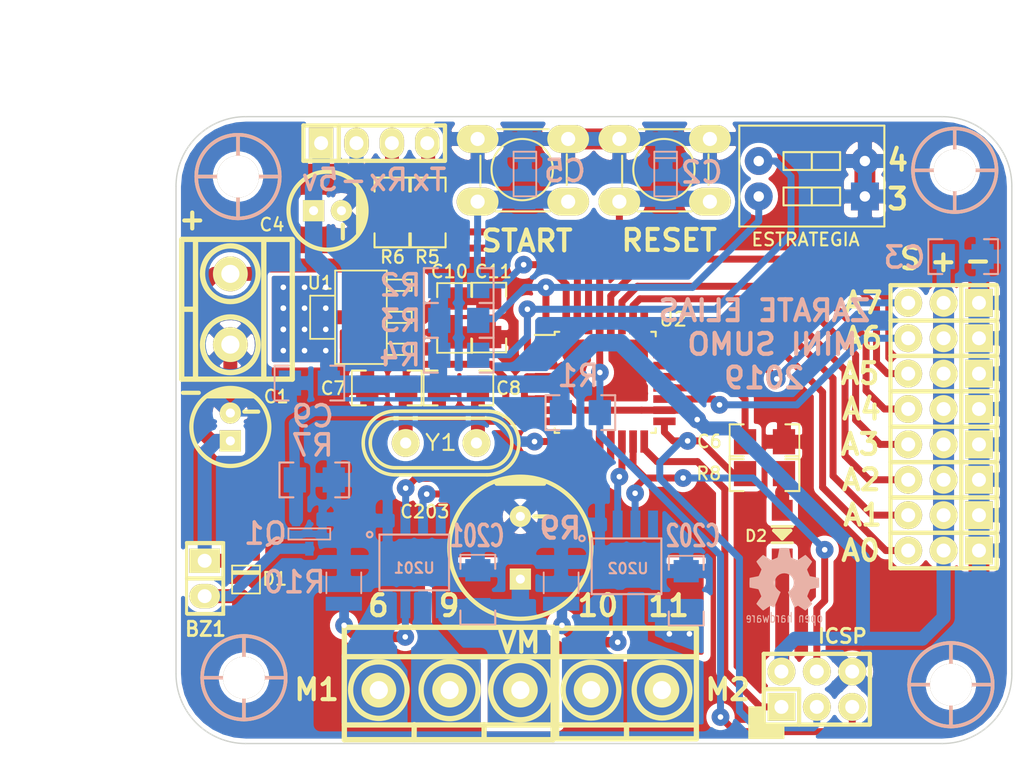
<source format=kicad_pcb>
(kicad_pcb (version 20171130) (host pcbnew "(5.1.2)-1")
  (title_block (date "jeu. 02 avril 2015"))
  (layers (0 F.Cu signal) (31 B.Cu signal) (34 B.Paste user) (35 F.Paste user) (36 B.SilkS user) (37 F.SilkS user) (38 B.Mask user) (39 F.Mask user) (44 Edge.Cuts user))
  (net 0 "")
  (net 1 GND)
  (net 2 /Vin)
  (net 3 "Net-(BZ1-Pad2)")
  (net 4 /START)
  (net 5 /Tx)
  (net 6 /Rx)
  (net 7 /BUZZER)
  (net 8 /TATAMI_FI)
  (net 9 /TATAMI_TI)
  (net 10 /TATAMI_TD)
  (net 11 /TATAMI_FD)
  (net 12 +5V)
  (net 13 /DISTANCIA_I)
  (net 14 /DISTANCIA_FI)
  (net 15 /DISTANCIA_FD)
  (net 16 /DISTANCIA_D)
  (net 17 /AUX2)
  (net 18 "Net-(J201-Pad1)")
  (net 19 "Net-(J201-Pad2)")
  (net 20 "Net-(J202-Pad1)")
  (net 21 "Net-(J202-Pad2)")
  (net 22 "Net-(R203-Pad1)")
  (net 23 "Net-(R204-Pad1)")
  (net 24 /AUX1)
  (net 25 /Driver_Motores/VM)
  (net 26 /RESET)
  (net 27 "Net-(C6-Pad1)")
  (net 28 /C1)
  (net 29 /C2)
  (net 30 /D12/MIS0)
  (net 31 /D13/SCK)
  (net 32 /M2A)
  (net 33 "Net-(R5-Pad2)")
  (net 34 "Net-(R6-Pad2)")
  (net 35 /M1B)
  (net 36 /M1A)
  (net 37 /M2B)
  (net 38 "Net-(D2-Pad1)")
  (module EESTN5:CAP_ELEC_10X8mm (layer F.Cu) (at 148.844 104.32)
    (fp_text reference C203 (at -6.854 -2.59) (layer F.SilkS) (effects (font (size 0.9144 0.9144) (thickness 0.1524))))
    (fp_text value "100uF 35V" hide)
    (pad 2 thru_hole circle (at 0 -2.25) (size 1.524 1.524) (drill 0.65) (layers *.Cu *.Mask F.SilkS) (net 1 GND))
    (pad 1 thru_hole rect (at 0 2.25) (size 1.524 1.524) (drill 0.65) (layers *.Cu *.Mask F.SilkS) (net 25 /Driver_Motores/VM))
  )
  (module EESTN5:Logo_silk_OSHW_6x6mm (layer B.Cu) (at 167.79 106.58 180)
    (fp_text reference G*** hide)
    (fp_text value LOGO hide)
  )
  (module EESTN5:BORNERA3_AZUL (layer F.Cu) (at 143.764 114.54)
    (fp_text reference VM (at 5.006 -3.44) (layer F.SilkS) (effects (font (size 1.5 1.5) (thickness 0.3))))
    (fp_text value M1 (at -9.544 -0.03) (layer F.SilkS) (effects (font (size 1.5 1.5) (thickness 0.3))))
    (pad 3 thru_hole circle (at 5.08 0) (size 2.5 2.5) (drill 1.3) (layers *.Cu *.Mask F.SilkS) (net 25 /Driver_Motores/VM))
    (pad 1 thru_hole circle (at -5.08 0) (size 2.5 2.5) (drill 1.3) (layers *.Cu *.Mask F.SilkS) (net 18 "Net-(J201-Pad1)"))
    (pad 2 thru_hole circle (at 0 0) (size 2.5 2.5) (drill 1.3) (layers *.Cu *.Mask F.SilkS) (net 19 "Net-(J201-Pad2)"))
  )
  (module EESTN5:BORNERA2_AZUL (layer F.Cu) (at 156.464 114.54)
    (fp_text reference J202 hide)
    (fp_text value M2 (at 7.26322 -0.03) (layer F.SilkS) (effects (font (size 1.5 1.5) (thickness 0.3))))
    (pad 1 thru_hole circle (at -2.54 0) (size 2.5 2.5) (drill 1.3) (layers *.Cu *.Mask F.SilkS) (net 20 "Net-(J202-Pad1)"))
    (pad 2 thru_hole circle (at 2.54 0) (size 2.5 2.5) (drill 1.3) (layers *.Cu *.Mask F.SilkS) (net 21 "Net-(J202-Pad2)"))
  )
  (module EESTN5:HC49S (layer F.Cu) (at 143.15 96.8 180)
    (fp_text reference Y1 (at 0 0.026 180) (layer F.SilkS) (effects (font (size 1.143 1.27) (thickness 0.1524))))
    (fp_text value Crystal hide)
    (pad 1 thru_hole circle (at -2.54 0 180) (size 1.99898 1.99898) (drill 0.8001) (layers *.Cu *.Mask F.SilkS) (net 29 /C2))
    (pad 2 thru_hole circle (at 2.54 0 180) (size 1.99898 1.99898) (drill 0.8001) (layers *.Cu *.Mask F.SilkS) (net 28 /C1))
  )
  (module EESTN5:C_1206 (layer F.Cu) (at 146.575 87.8 90)
    (fp_text reference C10 (at 3.31 -2.825 180) (layer F.SilkS) (effects (font (size 0.9144 0.9144) (thickness 0.1524))))
    (fp_text value CAPAPOL hide)
    (pad 1 smd rect (at 1.397 0 90) (size 1.6002 1.8034) (layers F.Cu F.Paste F.Mask) (net 12 +5V))
    (pad 2 smd rect (at -1.397 0 90) (size 1.6002 1.8034) (layers F.Cu F.Paste F.Mask) (net 1 GND))
  )
  (module EESTN5:R_1206 (layer F.Cu) (at 142.225 80.25 90)
    (fp_text reference R5 (at -3.2 -0.055 180) (layer F.SilkS) (effects (font (size 0.9144 0.9144) (thickness 0.1524))))
    (fp_text value 1K hide)
    (pad 1 smd rect (at 1.397 0 90) (size 1.6002 1.8034) (layers F.Cu F.Paste F.Mask) (net 5 /Tx))
    (pad 2 smd rect (at -1.397 0 90) (size 1.6002 1.8034) (layers F.Cu F.Paste F.Mask) (net 33 "Net-(R5-Pad2)"))
  )
  (module EESTN5:C_1206 (layer B.Cu) (at 180.63 83.42 180)
    (fp_text reference C3 (at 4.21 -0.06) (layer B.SilkS) (effects (font (size 1.524 1.524) (thickness 0.254)) (justify mirror)))
    (fp_text value 100nF hide)
    (pad 1 smd rect (at 1.397 0 180) (size 1.6002 1.8034) (layers B.Cu B.Paste B.Mask) (net 12 +5V))
    (pad 2 smd rect (at -1.397 0 180) (size 1.6002 1.8034) (layers B.Cu B.Paste B.Mask) (net 1 GND))
  )
  (module EESTN5:CAP_TAN_A (layer B.Cu) (at 149.17 77.49 90)
    (fp_text reference C5 (at 0.22 2.87) (layer B.SilkS) (effects (font (size 1.524 1.524) (thickness 0.254)) (justify mirror)))
    (fp_text value CAPAPOL hide)
    (pad 2 smd rect (at 1.7 0 90) (size 1.7 1.5) (layers B.Cu B.Paste B.Mask) (net 1 GND))
    (pad 1 smd rect (at -1.7 0 90) (size 1.7 1.5) (layers B.Cu B.Paste B.Mask) (net 4 /START))
  )
  (module EESTN5:C_1206 (layer F.Cu) (at 166.37 96.71 180)
    (fp_text reference C6 (at 3.96 0.02) (layer F.SilkS) (effects (font (size 0.9144 0.9144) (thickness 0.1524))))
    (fp_text value 100nF hide)
    (pad 1 smd rect (at 1.397 0 180) (size 1.6002 1.8034) (layers F.Cu F.Paste F.Mask) (net 27 "Net-(C6-Pad1)"))
    (pad 2 smd rect (at -1.397 0 180) (size 1.6002 1.8034) (layers F.Cu F.Paste F.Mask) (net 1 GND))
  )
  (module EESTN5:C_1206 (layer F.Cu) (at 139.25 92.85 180)
    (fp_text reference C7 (at 3.84 -0.02 180) (layer F.SilkS) (effects (font (size 0.9144 0.9144) (thickness 0.1524))))
    (fp_text value C hide)
    (pad 1 smd rect (at 1.397 0 180) (size 1.6002 1.8034) (layers F.Cu F.Paste F.Mask) (net 1 GND))
    (pad 2 smd rect (at -1.397 0 180) (size 1.6002 1.8034) (layers F.Cu F.Paste F.Mask) (net 28 /C1))
  )
  (module EESTN5:C_1206 (layer F.Cu) (at 144.4 92.85 180)
    (fp_text reference C8 (at -3.6 -0.02 180) (layer F.SilkS) (effects (font (size 0.9144 0.9144) (thickness 0.1524))))
    (fp_text value C hide)
    (pad 1 smd rect (at 1.397 0 180) (size 1.6002 1.8034) (layers F.Cu F.Paste F.Mask) (net 1 GND))
    (pad 2 smd rect (at -1.397 0 180) (size 1.6002 1.8034) (layers F.Cu F.Paste F.Mask) (net 29 /C2))
  )
  (module EESTN5:C_1206 (layer B.Cu) (at 133.7 92.5 180)
    (fp_text reference C9 (at -0.24 -2.38 180) (layer B.SilkS) (effects (font (size 1.524 1.524) (thickness 0.254)) (justify mirror)))
    (fp_text value C hide)
    (pad 1 smd rect (at 1.397 0 180) (size 1.6002 1.8034) (layers B.Cu B.Paste B.Mask) (net 1 GND))
    (pad 2 smd rect (at -1.397 0 180) (size 1.6002 1.8034) (layers B.Cu B.Paste B.Mask) (net 12 +5V))
  )
  (module EESTN5:C_1206 (layer F.Cu) (at 144.125 87.825 270)
    (fp_text reference C11 (at -3.335 -2.775) (layer F.SilkS) (effects (font (size 0.9144 0.9144) (thickness 0.1524))))
    (fp_text value C hide)
    (pad 1 smd rect (at 1.397 0 270) (size 1.6002 1.8034) (layers F.Cu F.Paste F.Mask) (net 1 GND))
    (pad 2 smd rect (at -1.397 0 270) (size 1.6002 1.8034) (layers F.Cu F.Paste F.Mask) (net 12 +5V))
  )
  (module EESTN5:pin_strip_3x2 (layer F.Cu) (at 170.125 114.475)
    (fp_text reference ICSP (at 1.833 -3.811) (layer F.SilkS) (effects (font (size 1.016 1.016) (thickness 0.2032))))
    (fp_text value ICSP hide)
    (pad 1 thru_hole rect (at -2.54 1.27) (size 2 2) (drill 1.00076) (layers *.Cu *.Mask F.SilkS) (net 30 /D12/MIS0))
    (pad 2 thru_hole circle (at -2.54 -1.27) (size 2 2) (drill 1.00076) (layers *.Cu *.Mask F.SilkS) (net 12 +5V))
    (pad 3 thru_hole circle (at 0 1.27) (size 2 2) (drill 1.00076) (layers *.Cu *.Mask F.SilkS) (net 31 /D13/SCK))
    (pad 4 thru_hole circle (at 0 -1.27) (size 2 2) (drill 1.00076) (layers *.Cu *.Mask F.SilkS) (net 32 /M2A))
    (pad 5 thru_hole circle (at 2.54 1.27) (size 2 2) (drill 1.00076) (layers *.Cu *.Mask F.SilkS) (net 26 /RESET))
    (pad 6 thru_hole circle (at 2.54 -1.27) (size 2 2) (drill 1.00076) (layers *.Cu *.Mask F.SilkS) (net 1 GND))
  )
  (module EESTN5:R_1206 (layer F.Cu) (at 139.625 80.25 90)
    (fp_text reference R6 (at -3.2 0.045 180) (layer F.SilkS) (effects (font (size 0.9144 0.9144) (thickness 0.1524))))
    (fp_text value 1K hide)
    (pad 1 smd rect (at 1.397 0 90) (size 1.6002 1.8034) (layers F.Cu F.Paste F.Mask) (net 6 /Rx))
    (pad 2 smd rect (at -1.397 0 90) (size 1.6002 1.8034) (layers F.Cu F.Paste F.Mask) (net 34 "Net-(R6-Pad2)"))
  )
  (module EESTN5:TQFP-32_7x7mm_Pitch0.8mm (layer F.Cu) (at 154.935 92.445)
    (fp_text reference U2 (at 4.875 -4.525) (layer F.SilkS))
    (fp_text value ATMEGA328P-AU)
    (pad 1 smd rect (at -4.25 -2.8) (size 1.6 0.55) (layers F.Cu F.Paste F.Mask) (net 24 /AUX1))
    (pad 2 smd rect (at -4.25 -2) (size 1.6 0.55) (layers F.Cu F.Paste F.Mask) (net 17 /AUX2))
    (pad 3 smd rect (at -4.25 -1.2) (size 1.6 0.55) (layers F.Cu F.Paste F.Mask) (net 1 GND))
    (pad 4 smd rect (at -4.25 -0.4) (size 1.6 0.55) (layers F.Cu F.Paste F.Mask) (net 12 +5V))
    (pad 5 smd rect (at -4.25 0.4) (size 1.6 0.55) (layers F.Cu F.Paste F.Mask) (net 1 GND))
    (pad 6 smd rect (at -4.25 1.2) (size 1.6 0.55) (layers F.Cu F.Paste F.Mask) (net 12 +5V))
    (pad 7 smd rect (at -4.25 2) (size 1.6 0.55) (layers F.Cu F.Paste F.Mask) (net 28 /C1))
    (pad 8 smd rect (at -4.25 2.8) (size 1.6 0.55) (layers F.Cu F.Paste F.Mask) (net 29 /C2))
    (pad 9 smd rect (at -2.8 4.25 90) (size 1.6 0.55) (layers F.Cu F.Paste F.Mask) (net 7 /BUZZER))
    (pad 10 smd rect (at -2 4.25 90) (size 1.6 0.55) (layers F.Cu F.Paste F.Mask) (net 35 /M1B))
    (pad 11 smd rect (at -1.2 4.25 90) (size 1.6 0.55) (layers F.Cu F.Paste F.Mask))
    (pad 12 smd rect (at -0.4 4.25 90) (size 1.6 0.55) (layers F.Cu F.Paste F.Mask))
    (pad 13 smd rect (at 0.4 4.25 90) (size 1.6 0.55) (layers F.Cu F.Paste F.Mask) (net 36 /M1A))
    (pad 14 smd rect (at 1.2 4.25 90) (size 1.6 0.55) (layers F.Cu F.Paste F.Mask) (net 37 /M2B))
    (pad 15 smd rect (at 2 4.25 90) (size 1.6 0.55) (layers F.Cu F.Paste F.Mask) (net 32 /M2A))
    (pad 16 smd rect (at 2.8 4.25 90) (size 1.6 0.55) (layers F.Cu F.Paste F.Mask) (net 30 /D12/MIS0))
    (pad 17 smd rect (at 4.25 2.8) (size 1.6 0.55) (layers F.Cu F.Paste F.Mask) (net 31 /D13/SCK))
    (pad 18 smd rect (at 4.25 2) (size 1.6 0.55) (layers F.Cu F.Paste F.Mask) (net 12 +5V))
    (pad 19 smd rect (at 4.25 1.2) (size 1.6 0.55) (layers F.Cu F.Paste F.Mask) (net 9 /TATAMI_TI))
    (pad 20 smd rect (at 4.25 0.4) (size 1.6 0.55) (layers F.Cu F.Paste F.Mask) (net 27 "Net-(C6-Pad1)"))
    (pad 21 smd rect (at 4.25 -0.4) (size 1.6 0.55) (layers F.Cu F.Paste F.Mask) (net 1 GND))
    (pad 22 smd rect (at 4.25 -1.2) (size 1.6 0.55) (layers F.Cu F.Paste F.Mask) (net 10 /TATAMI_TD))
    (pad 23 smd rect (at 4.25 -2) (size 1.6 0.55) (layers F.Cu F.Paste F.Mask) (net 13 /DISTANCIA_I))
    (pad 24 smd rect (at 4.25 -2.8) (size 1.6 0.55) (layers F.Cu F.Paste F.Mask) (net 14 /DISTANCIA_FI))
    (pad 25 smd rect (at 2.8 -4.25 90) (size 1.6 0.55) (layers F.Cu F.Paste F.Mask) (net 15 /DISTANCIA_FD))
    (pad 26 smd rect (at 2 -4.25 90) (size 1.6 0.55) (layers F.Cu F.Paste F.Mask) (net 16 /DISTANCIA_D))
    (pad 27 smd rect (at 1.2 -4.25 90) (size 1.6 0.55) (layers F.Cu F.Paste F.Mask) (net 11 /TATAMI_FD))
    (pad 28 smd rect (at 0.4 -4.25 90) (size 1.6 0.55) (layers F.Cu F.Paste F.Mask) (net 8 /TATAMI_FI))
    (pad 29 smd rect (at -0.4 -4.25 90) (size 1.6 0.55) (layers F.Cu F.Paste F.Mask) (net 26 /RESET))
    (pad 30 smd rect (at -1.2 -4.25 90) (size 1.6 0.55) (layers F.Cu F.Paste F.Mask) (net 34 "Net-(R6-Pad2)"))
    (pad 31 smd rect (at -2 -4.25 90) (size 1.6 0.55) (layers F.Cu F.Paste F.Mask) (net 33 "Net-(R5-Pad2)"))
    (pad 32 smd rect (at -2.8 -4.25 90) (size 1.6 0.55) (layers F.Cu F.Paste F.Mask) (net 4 /START))
  )
  (module EESTN5:CAP_ELEC_5x11mm (layer F.Cu) (at 128.025 95.65)
    (fp_text reference C1 (at 3.293 -2.178) (layer F.SilkS) (effects (font (size 0.9144 0.9144) (thickness 0.1524))))
    (fp_text value 10uF hide)
    (pad 1 thru_hole rect (at 0 1) (size 1.524 1.524) (drill 0.65) (layers *.Cu *.Mask F.SilkS) (net 2 /Vin))
    (pad 2 thru_hole circle (at 0 -1) (size 1.524 1.524) (drill 0.65) (layers *.Cu *.Mask F.SilkS) (net 1 GND))
  )
  (module EESTN5:CAP_TAN_A (layer B.Cu) (at 159.27 77.49 90)
    (fp_text reference C2 (at 0.12 2.59 180) (layer B.SilkS) (effects (font (size 1.524 1.524) (thickness 0.254)) (justify mirror)))
    (fp_text value CAPAPOL hide)
    (pad 2 smd rect (at 1.7 0 90) (size 1.7 1.5) (layers B.Cu B.Paste B.Mask) (net 1 GND))
    (pad 1 smd rect (at -1.7 0 90) (size 1.7 1.5) (layers B.Cu B.Paste B.Mask) (net 26 /RESET))
  )
  (module EESTN5:CAP_ELEC_5x11mm (layer F.Cu) (at 135 80.125 270)
    (fp_text reference C4 (at 1.005 3.99) (layer F.SilkS) (effects (font (size 0.9144 0.9144) (thickness 0.1524))))
    (fp_text value 10uF hide)
    (pad 1 thru_hole rect (at 0 1 270) (size 1.524 1.524) (drill 0.65) (layers *.Cu *.Mask F.SilkS) (net 12 +5V))
    (pad 2 thru_hole circle (at 0 -1 270) (size 1.524 1.524) (drill 0.65) (layers *.Cu *.Mask F.SilkS) (net 1 GND))
  )
  (module EESTN5:C_1206 (layer B.Cu) (at 145.79 107.33 270)
    (fp_text reference C201 (at -3.86 0.06) (layer B.SilkS) (effects (font (size 1.524 1) (thickness 0.25)) (justify mirror)))
    (fp_text value 100nF hide)
    (pad 1 smd rect (at 1.397 0 270) (size 1.6002 1.8034) (layers B.Cu B.Paste B.Mask) (net 25 /Driver_Motores/VM))
    (pad 2 smd rect (at -1.397 0 270) (size 1.6002 1.8034) (layers B.Cu B.Paste B.Mask) (net 1 GND))
  )
  (module EESTN5:C_1206 (layer B.Cu) (at 160.75 107.4 270)
    (fp_text reference C202 (at -3.93 -0.47) (layer B.SilkS) (effects (font (size 1.524 1) (thickness 0.25)) (justify mirror)))
    (fp_text value 100nF hide)
    (pad 1 smd rect (at 1.397 0 270) (size 1.6002 1.8034) (layers B.Cu B.Paste B.Mask) (net 25 /Driver_Motores/VM))
    (pad 2 smd rect (at -1.397 0 270) (size 1.6002 1.8034) (layers B.Cu B.Paste B.Mask) (net 1 GND))
  )
  (module EESTN5:SOD80C (layer F.Cu) (at 129.15 106.6 90)
    (fp_text reference D1 (at 0.04 2.06 180) (layer F.SilkS) (effects (font (size 0.9144 0.9144) (thickness 0.1524))))
    (fp_text value 1N4148 hide)
    (pad 1 smd rect (at -1.84912 0 90) (size 1.00076 1.99898) (layers F.Cu F.Paste F.Mask) (net 3 "Net-(BZ1-Pad2)"))
    (pad 2 smd rect (at 1.84912 0 90) (size 1.00076 1.99898) (layers F.Cu F.Paste F.Mask) (net 2 /Vin))
  )
  (module EESTN5:Pin_Strip_3 (layer F.Cu) (at 179.225 104.521 180)
    (fp_text reference J3 hide)
    (fp_text value Izquierdo hide)
    (pad 1 thru_hole rect (at -2.54 0 180) (size 2 2) (drill 1) (layers *.Cu *.Mask F.SilkS) (net 1 GND))
    (pad 2 thru_hole oval (at 0 0 180) (size 2 2) (drill 1) (layers *.Cu *.Mask F.SilkS) (net 12 +5V))
    (pad 3 thru_hole oval (at 2.54 0 180) (size 2 2) (drill 1) (layers *.Cu *.Mask F.SilkS) (net 13 /DISTANCIA_I))
  )
  (module EESTN5:Pin_Strip_3 (layer F.Cu) (at 179.225 101.981 180)
    (fp_text reference J4 hide)
    (fp_text value "Frontal Izquierdo" hide)
    (pad 1 thru_hole rect (at -2.54 0 180) (size 2 2) (drill 1) (layers *.Cu *.Mask F.SilkS) (net 1 GND))
    (pad 2 thru_hole oval (at 0 0 180) (size 2 2) (drill 1) (layers *.Cu *.Mask F.SilkS) (net 12 +5V))
    (pad 3 thru_hole oval (at 2.54 0 180) (size 2 2) (drill 1) (layers *.Cu *.Mask F.SilkS) (net 14 /DISTANCIA_FI))
  )
  (module EESTN5:Pin_Strip_3 (layer F.Cu) (at 179.225 99.441 180)
    (fp_text reference J5 hide)
    (fp_text value "Frontal Derecho" hide)
    (pad 1 thru_hole rect (at -2.54 0 180) (size 2 2) (drill 1) (layers *.Cu *.Mask F.SilkS) (net 1 GND))
    (pad 2 thru_hole oval (at 0 0 180) (size 2 2) (drill 1) (layers *.Cu *.Mask F.SilkS) (net 12 +5V))
    (pad 3 thru_hole oval (at 2.54 0 180) (size 2 2) (drill 1) (layers *.Cu *.Mask F.SilkS) (net 15 /DISTANCIA_FD))
  )
  (module EESTN5:Pin_Strip_3 (layer F.Cu) (at 179.225 96.901 180)
    (fp_text reference J6 hide)
    (fp_text value Derecho hide)
    (pad 1 thru_hole rect (at -2.54 0 180) (size 2 2) (drill 1) (layers *.Cu *.Mask F.SilkS) (net 1 GND))
    (pad 2 thru_hole oval (at 0 0 180) (size 2 2) (drill 1) (layers *.Cu *.Mask F.SilkS) (net 12 +5V))
    (pad 3 thru_hole oval (at 2.54 0 180) (size 2 2) (drill 1) (layers *.Cu *.Mask F.SilkS) (net 16 /DISTANCIA_D))
  )
  (module EESTN5:BORNERA2_AZUL (layer F.Cu) (at 128.025 87.2 270)
    (fp_text reference J7 hide)
    (fp_text value Bateria hide)
    (pad 1 thru_hole circle (at -2.54 0 270) (size 2.5 2.5) (drill 1.3) (layers *.Cu *.Mask F.SilkS) (net 2 /Vin))
    (pad 2 thru_hole circle (at 2.54 0 270) (size 2.5 2.5) (drill 1.3) (layers *.Cu *.Mask F.SilkS) (net 1 GND))
  )
  (module EESTN5:Pin_Strip_3 (layer F.Cu) (at 179.225 91.821 180)
    (fp_text reference J8 hide)
    (fp_text value "Sensor TATAMI FI" hide)
    (pad 1 thru_hole rect (at -2.54 0 180) (size 2 2) (drill 1) (layers *.Cu *.Mask F.SilkS) (net 1 GND))
    (pad 2 thru_hole oval (at 0 0 180) (size 2 2) (drill 1) (layers *.Cu *.Mask F.SilkS) (net 12 +5V))
    (pad 3 thru_hole oval (at 2.54 0 180) (size 2 2) (drill 1) (layers *.Cu *.Mask F.SilkS) (net 8 /TATAMI_FI))
  )
  (module EESTN5:Pin_Strip_3 (layer F.Cu) (at 179.225 89.281 180)
    (fp_text reference J9 hide)
    (fp_text value "Sensor TATAMI TI" hide)
    (pad 1 thru_hole rect (at -2.54 0 180) (size 2 2) (drill 1) (layers *.Cu *.Mask F.SilkS) (net 1 GND))
    (pad 2 thru_hole oval (at 0 0 180) (size 2 2) (drill 1) (layers *.Cu *.Mask F.SilkS) (net 12 +5V))
    (pad 3 thru_hole oval (at 2.54 0 180) (size 2 2) (drill 1) (layers *.Cu *.Mask F.SilkS) (net 9 /TATAMI_TI))
  )
  (module EESTN5:Pin_Strip_3 (layer F.Cu) (at 179.225 86.741 180)
    (fp_text reference J10 hide)
    (fp_text value "Sensor TATAMI TD" hide)
    (pad 1 thru_hole rect (at -2.54 0 180) (size 2 2) (drill 1) (layers *.Cu *.Mask F.SilkS) (net 1 GND))
    (pad 2 thru_hole oval (at 0 0 180) (size 2 2) (drill 1) (layers *.Cu *.Mask F.SilkS) (net 12 +5V))
    (pad 3 thru_hole oval (at 2.54 0 180) (size 2 2) (drill 1) (layers *.Cu *.Mask F.SilkS) (net 10 /TATAMI_TD))
  )
  (module EESTN5:pin_strip_4 (layer F.Cu) (at 138.35 75.275)
    (fp_text reference UART hide)
    (fp_text value "Transmisor RF" hide)
    (pad 1 thru_hole rect (at -3.81 0) (size 1.75 2.2) (drill 1.00076) (layers *.Cu *.Mask F.SilkS) (net 12 +5V))
    (pad 2 thru_hole oval (at -1.27 0) (size 1.75 2.2) (drill 1.00076) (layers *.Cu *.Mask F.SilkS) (net 1 GND))
    (pad 3 thru_hole oval (at 1.27 0) (size 1.75 2.2) (drill 1.00076) (layers *.Cu *.Mask F.SilkS) (net 6 /Rx))
    (pad 4 thru_hole oval (at 3.81 0) (size 1.75 2.2) (drill 1.00076) (layers *.Cu *.Mask F.SilkS) (net 5 /Tx))
  )
  (module EESTN5:Pin_Strip_3 (layer F.Cu) (at 179.225 94.361 180)
    (fp_text reference J12 hide)
    (fp_text value "Sensor TATAMI FD" hide)
    (pad 1 thru_hole rect (at -2.54 0 180) (size 2 2) (drill 1) (layers *.Cu *.Mask F.SilkS) (net 1 GND))
    (pad 2 thru_hole oval (at 0 0 180) (size 2 2) (drill 1) (layers *.Cu *.Mask F.SilkS) (net 12 +5V))
    (pad 3 thru_hole oval (at 2.54 0 180) (size 2 2) (drill 1) (layers *.Cu *.Mask F.SilkS) (net 11 /TATAMI_FD))
  )
  (module EESTN5:SOT23 (layer B.Cu) (at 133.695 103.33)
    (fp_text reference Q1 (at -3.155 -0.03) (layer B.SilkS) (effects (font (size 1.524 1.524) (thickness 0.254)) (justify mirror)))
    (fp_text value 2N7002 hide)
    (pad 1 smd rect (at -0.9525 -1.05664) (size 0.59944 1.00076) (layers B.Cu B.Paste B.Mask) (net 7 /BUZZER))
    (pad 2 smd rect (at 0 1.05664) (size 0.59944 1.00076) (layers B.Cu B.Paste B.Mask) (net 3 "Net-(BZ1-Pad2)"))
    (pad 3 smd rect (at 0.9525 -1.05664) (size 0.59944 1.00076) (layers B.Cu B.Paste B.Mask) (net 1 GND))
  )
  (module EESTN5:R_1206 (layer B.Cu) (at 134.05 99.45 180)
    (fp_text reference R7 (at 0.12 2.48 180) (layer B.SilkS) (effects (font (size 1.524 1.524) (thickness 0.254)) (justify mirror)))
    (fp_text value 10K hide)
    (pad 1 smd rect (at 1.397 0 180) (size 1.6002 1.8034) (layers B.Cu B.Paste B.Mask) (net 7 /BUZZER))
    (pad 2 smd rect (at -1.397 0 180) (size 1.6002 1.8034) (layers B.Cu B.Paste B.Mask) (net 1 GND))
  )
  (module EESTN5:PTC_1210 (layer B.Cu) (at 136.17 106.84 270)
    (fp_text reference R10 (at -0.05 3.54) (layer B.SilkS) (effects (font (size 1.524 1.524) (thickness 0.254)) (justify mirror)))
    (fp_text value Risen hide)
    (pad 1 smd rect (at 1.5 0 270) (size 1 2.6) (layers B.Cu B.Paste B.Mask) (net 22 "Net-(R203-Pad1)"))
    (pad 2 smd rect (at -1.5 0 270) (size 1 2.6) (layers B.Cu B.Paste B.Mask) (net 1 GND))
  )
  (module EESTN5:PTC_1210 (layer B.Cu) (at 151.77 106.84 270)
    (fp_text reference R9 (at -3.92 0.06) (layer B.SilkS) (effects (font (size 1.5 1.5) (thickness 0.3)) (justify mirror)))
    (fp_text value Risen hide)
    (pad 1 smd rect (at 1.5 0 270) (size 1 2.6) (layers B.Cu B.Paste B.Mask) (net 23 "Net-(R204-Pad1)"))
    (pad 2 smd rect (at -1.5 0 270) (size 1 2.6) (layers B.Cu B.Paste B.Mask) (net 1 GND))
  )
  (module EESTN5:Dip_SW_2-300 (layer F.Cu) (at 173.575 79.1 90)
    (fp_text reference ESTRATEGIA (at -3.09704 -4.2584 180) (layer F.SilkS) (effects (font (size 0.9144 0.9144) (thickness 0.1524))))
    (fp_text value Estrategias hide)
    (pad 1 thru_hole rect (at 0 0 90) (size 2 2) (drill 0.75) (layers *.Cu *.Mask) (net 1 GND))
    (pad 4 thru_hole oval (at 0 -7.62 90) (size 2 2) (drill 0.75) (layers *.Cu *.Mask) (net 24 /AUX1))
    (pad 2 thru_hole oval (at 2.54 0 90) (size 2 2) (drill 0.75) (layers *.Cu *.Mask) (net 1 GND))
    (pad 3 thru_hole oval (at 2.54 -7.62 90) (size 2 2) (drill 0.75) (layers *.Cu *.Mask) (net 17 /AUX2))
  )
  (module EESTN5:SOT223 (layer F.Cu) (at 137.4 87.775 90)
    (fp_text reference U1 (at 2.475 -2.92 180) (layer F.SilkS) (effects (font (size 0.9144 0.9144) (thickness 0.1524))))
    (fp_text value LM1117-SOT hide)
    (pad 1 smd rect (at -2.3 3.3 90) (size 1 2.4) (layers F.Cu F.Paste F.Mask) (net 1 GND))
    (pad 2 smd rect (at 0 3.3 90) (size 1 2.4) (layers F.Cu F.Paste F.Mask) (net 12 +5V))
    (pad 3 smd rect (at 2.3 3.3 90) (size 1 2.4) (layers F.Cu F.Paste F.Mask) (net 2 /Vin))
    (pad 4 smd rect (at 0 -3.15 90) (size 3.8 2.4) (layers F.Cu F.Paste F.Mask) (net 12 +5V))
  )
  (module EESTN5:SSOP-8 (layer B.Cu) (at 141.224 105.375)
    (fp_text reference U201 (at 0 0.4) (layer B.SilkS) (effects (font (size 0.7493 0.7493) (thickness 0.14986)) (justify mirror)))
    (fp_text value DRV8872 hide)
    (pad 1 smd rect (at -1.905 -3) (size 0.7112 2) (layers B.Cu B.Paste B.Mask) (net 1 GND))
    (pad 2 smd rect (at -0.635 -3) (size 0.7112 2) (layers B.Cu B.Paste B.Mask) (net 35 /M1B))
    (pad 3 smd rect (at 0.635 -3) (size 0.7112 2) (layers B.Cu B.Paste B.Mask) (net 36 /M1A))
    (pad 4 smd rect (at 1.905 -3) (size 0.7112 2) (layers B.Cu B.Paste B.Mask))
    (pad 5 smd rect (at 1.905 3 180) (size 0.7112 2) (layers B.Cu B.Paste B.Mask) (net 25 /Driver_Motores/VM))
    (pad 6 smd rect (at 0.635 3 180) (size 0.7112 2) (layers B.Cu B.Paste B.Mask) (net 19 "Net-(J201-Pad2)"))
    (pad 7 smd rect (at -0.635 3 180) (size 0.7112 2) (layers B.Cu B.Paste B.Mask) (net 22 "Net-(R203-Pad1)"))
    (pad 8 smd rect (at -1.905 3 180) (size 0.7112 2) (layers B.Cu B.Paste B.Mask) (net 18 "Net-(J201-Pad1)"))
  )
  (module EESTN5:SSOP-8 (layer B.Cu) (at 156.464 105.65)
    (fp_text reference U202 (at 0.10796 0.16068 180) (layer B.SilkS) (effects (font (size 0.7493 0.7493) (thickness 0.14986)) (justify mirror)))
    (fp_text value DRV8872 hide)
    (pad 1 smd rect (at -1.905 -3) (size 0.7112 2) (layers B.Cu B.Paste B.Mask) (net 1 GND))
    (pad 2 smd rect (at -0.635 -3) (size 0.7112 2) (layers B.Cu B.Paste B.Mask) (net 37 /M2B))
    (pad 3 smd rect (at 0.635 -3) (size 0.7112 2) (layers B.Cu B.Paste B.Mask) (net 32 /M2A))
    (pad 4 smd rect (at 1.905 -3) (size 0.7112 2) (layers B.Cu B.Paste B.Mask))
    (pad 5 smd rect (at 1.905 3 180) (size 0.7112 2) (layers B.Cu B.Paste B.Mask) (net 25 /Driver_Motores/VM))
    (pad 6 smd rect (at 0.635 3 180) (size 0.7112 2) (layers B.Cu B.Paste B.Mask) (net 21 "Net-(J202-Pad2)"))
    (pad 7 smd rect (at -0.635 3 180) (size 0.7112 2) (layers B.Cu B.Paste B.Mask) (net 23 "Net-(R204-Pad1)"))
    (pad 8 smd rect (at -1.905 3 180) (size 0.7112 2) (layers B.Cu B.Paste B.Mask) (net 20 "Net-(J202-Pad1)"))
  )
  (module EESTN5:hole_3mm (layer F.Cu) (at 180.025 77.225)
    (fp_text reference hole_3mm hide)
    (fp_text value VAL** hide)
    (pad 1 thru_hole circle (at 0 0) (size 3 3) (drill 3) (layers *.Cu F.SilkS))
  )
  (module EESTN5:hole_3mm (layer F.Cu) (at 128.575 77.675)
    (fp_text reference hole_3mm hide)
    (fp_text value VAL** hide)
    (pad 1 thru_hole circle (at 0 0) (size 3 3) (drill 3) (layers *.Cu F.SilkS))
  )
  (module EESTN5:hole_3mm (layer F.Cu) (at 129 113.65)
    (fp_text reference hole_3mm hide)
    (fp_text value VAL** hide)
    (pad 1 thru_hole circle (at 0 0) (size 3 3) (drill 3) (layers *.Cu F.SilkS))
  )
  (module EESTN5:hole_3mm (layer F.Cu) (at 179.75 114.15)
    (fp_text reference hole_3mm hide)
    (fp_text value VAL** hide)
    (pad 1 thru_hole circle (at 0 0) (size 3 3) (drill 3) (layers *.Cu F.SilkS))
  )
  (module EESTN5:R_1206 (layer B.Cu) (at 144.42 90.5 180)
    (fp_text reference R4 (at 4.21 0.01 180) (layer B.SilkS) (effects (font (size 1.524 1.524) (thickness 0.254)) (justify mirror)))
    (fp_text value 4K7 hide)
    (pad 1 smd rect (at 1.397 0 180) (size 1.6002 1.8034) (layers B.Cu B.Paste B.Mask) (net 12 +5V))
    (pad 2 smd rect (at -1.397 0 180) (size 1.6002 1.8034) (layers B.Cu B.Paste B.Mask) (net 17 /AUX2))
  )
  (module EESTN5:R_1206 (layer B.Cu) (at 144.42 88 180)
    (fp_text reference R3 (at 4.19 -0.02 180) (layer B.SilkS) (effects (font (size 1.524 1.524) (thickness 0.254)) (justify mirror)))
    (fp_text value 4K7 hide)
    (pad 1 smd rect (at 1.397 0 180) (size 1.6002 1.8034) (layers B.Cu B.Paste B.Mask) (net 12 +5V))
    (pad 2 smd rect (at -1.397 0 180) (size 1.6002 1.8034) (layers B.Cu B.Paste B.Mask) (net 24 /AUX1))
  )
  (module EESTN5:R_1206 (layer B.Cu) (at 144.42 85.5 180)
    (fp_text reference R2 (at 4.19 0.02 180) (layer B.SilkS) (effects (font (size 1.524 1.524) (thickness 0.254)) (justify mirror)))
    (fp_text value R hide)
    (pad 1 smd rect (at 1.397 0 180) (size 1.6002 1.8034) (layers B.Cu B.Paste B.Mask) (net 12 +5V))
    (pad 2 smd rect (at -1.397 0 180) (size 1.6002 1.8034) (layers B.Cu B.Paste B.Mask) (net 4 /START))
  )
  (module EESTN5:R_1206 (layer B.Cu) (at 153.15 94.62 180)
    (fp_text reference R1 (at 0.1524 2.6416) (layer B.SilkS) (effects (font (size 1.524 1.524) (thickness 0.254)) (justify mirror)))
    (fp_text value R hide)
    (pad 1 smd rect (at 1.397 0 180) (size 1.6002 1.8034) (layers B.Cu B.Paste B.Mask) (net 12 +5V))
    (pad 2 smd rect (at -1.397 0 180) (size 1.6002 1.8034) (layers B.Cu B.Paste B.Mask) (net 26 /RESET))
  )
  (module EESTN5:Pulsador_TH_4 (layer F.Cu) (at 159.2 77.225 90)
    (fp_text reference SW1 hide)
    (fp_text value RESET (at -5.033 0.3249 180) (layer F.SilkS) (effects (font (size 1.5 1.5) (thickness 0.3))))
    (pad 3 thru_hole oval (at -2.25 -3.25 90) (size 2 3) (drill 1.016) (layers *.Cu *.Mask F.SilkS) (net 26 /RESET))
    (pad 1 thru_hole oval (at 2.25 -3.25 90) (size 2 3) (drill 1.016) (layers *.Cu *.Mask F.SilkS) (net 1 GND))
    (pad 2 thru_hole oval (at 2.25 3.25 90) (size 2 3) (drill 1.016) (layers *.Cu *.Mask F.SilkS) (net 1 GND))
    (pad 4 thru_hole oval (at -2.25 3.25 90) (size 2 3) (drill 1.016) (layers *.Cu *.Mask F.SilkS) (net 26 /RESET))
  )
  (module EESTN5:Pulsador_TH_4 (layer F.Cu) (at 149.025 77.225 90)
    (fp_text reference SW2 hide)
    (fp_text value START (at -5.071 0.28636 180) (layer F.SilkS) (effects (font (size 1.5 1.5) (thickness 0.3))))
    (pad 3 thru_hole oval (at -2.25 -3.25 90) (size 2 3) (drill 1.016) (layers *.Cu *.Mask F.SilkS) (net 4 /START))
    (pad 1 thru_hole oval (at 2.25 -3.25 90) (size 2 3) (drill 1.016) (layers *.Cu *.Mask F.SilkS) (net 1 GND))
    (pad 2 thru_hole oval (at 2.25 3.25 90) (size 2 3) (drill 1.016) (layers *.Cu *.Mask F.SilkS) (net 1 GND))
    (pad 4 thru_hole oval (at -2.25 3.25 90) (size 2 3) (drill 1.016) (layers *.Cu *.Mask F.SilkS) (net 4 /START))
  )
  (module EESTN5:Pin_Header_2 (layer F.Cu) (at 126.5 106.525 270)
    (fp_text reference BZ1 (at 3.631 0.262) (layer F.SilkS) (effects (font (size 1.016 1) (thickness 0.2032))))
    (fp_text value Buzzer hide)
    (pad 1 thru_hole rect (at -1.27 0.3175 270) (size 1.75 2.19964) (drill 1.00076) (layers *.Cu *.Mask F.SilkS) (net 2 /Vin))
    (pad 2 thru_hole oval (at 1.27 0.3175 270) (size 1.75 2.19964) (drill 1.00076) (layers *.Cu *.Mask F.SilkS) (net 3 "Net-(BZ1-Pad2)"))
  )
  (module EESTN5:LED_1206 (layer F.Cu) (at 167.64 103.378 270)
    (fp_text reference D2 (at 0.092 1.88) (layer F.SilkS) (effects (font (size 0.8001 0.8001) (thickness 0.14986))))
    (fp_text value LED hide)
    (pad 1 smd rect (at -1.74752 0 270) (size 1.4986 1.4986) (layers F.Cu F.Paste F.Mask) (net 38 "Net-(D2-Pad1)"))
    (pad 2 smd rect (at 1.74752 0 270) (size 1.4986 1.4986) (layers F.Cu F.Paste F.Mask) (net 12 +5V))
  )
  (module EESTN5:R_1206 (layer F.Cu) (at 166.37 99 180)
    (fp_text reference R8 (at 3.99994 0.00714 180) (layer F.SilkS) (effects (font (size 0.9144 0.9144) (thickness 0.1524))))
    (fp_text value R hide)
    (pad 1 smd rect (at 1.397 0 180) (size 1.6002 1.8034) (layers F.Cu F.Paste F.Mask) (net 31 /D13/SCK))
    (pad 2 smd rect (at -1.397 0 180) (size 1.6002 1.8034) (layers F.Cu F.Paste F.Mask) (net 38 "Net-(D2-Pad1)"))
  )
  (module "logos para kicad:kolo" (layer F.Cu) (at 172.466 91.186)
    (fp_text reference G*** hide)
    (fp_text value LOGO hide)
  )
  (gr_poly (pts (xy 166.25 118) (xy 165.5 118) (xy 165.25 118) (xy 165.25 115.75) (xy 166.25 115.75)) (layer F.SilkS) (width 0.1))
  (gr_poly (pts (xy 167.75 117) (xy 167.75 118) (xy 166 118) (xy 166 117)) (layer F.SilkS) (width 0.1))
  (gr_text "5v\n" (at 134.46 77.91) (layer B.SilkS) (effects (font (size 1.524 1.524) (thickness 0.254)) (justify mirror)))
  (gr_text - (at 136.86 78.12844 180) (layer B.SilkS) (effects (font (size 1.524 1.524) (thickness 0.254)) (justify mirror)))
  (gr_text "Rx\n" (at 139.38 77.91) (layer B.SilkS) (effects (font (size 1.524 1.524) (thickness 0.254)) (justify mirror)))
  (gr_text Tx (at 142.31 77.91) (layer B.SilkS) (effects (font (size 1.524 1.524) (thickness 0.254)) (justify mirror)))
  (gr_text "10\n" (at 154.41 108.48) (layer F.SilkS) (effects (font (size 1.5 1.5) (thickness 0.3))))
  (gr_text "11\n" (at 159.49 108.48) (layer F.SilkS) (effects (font (size 1.5 1.5) (thickness 0.3))))
  (gr_text - (at 125.19 93.09) (layer F.SilkS) (effects (font (size 1.5 1.5) (thickness 0.3))))
  (gr_text + (at 125.29 80.72) (layer F.SilkS) (effects (font (size 1.5 1.5) (thickness 0.3))))
  (gr_text "ZARATE ELIAS\nMINI SUMO \n2019\n" (at 166.36 89.72) (layer B.SilkS) (effects (font (size 1.5 1.5) (thickness 0.3)) (justify mirror)))
  (gr_text 9 (at 143.73 108.48) (layer F.SilkS) (effects (font (size 1.5 1.5) (thickness 0.3))))
  (gr_text "6\n" (at 138.65 108.48) (layer F.SilkS) (effects (font (size 1.5 1.5) (thickness 0.3))))
  (gr_text 3 (at 175.93 79.29) (layer F.SilkS) (effects (font (size 1.5 1.5) (thickness 0.3))))
  (gr_text 4 (at 175.93 76.5) (layer F.SilkS) (effects (font (size 1.5 1.5) (thickness 0.3))))
  (gr_text A1 (at 173.41108 101.981) (layer F.SilkS) (effects (font (size 1.5 1.5) (thickness 0.3))))
  (gr_text A2 (at 173.30948 99.441) (layer F.SilkS) (effects (font (size 1.5 1.5) (thickness 0.3))))
  (gr_text A3 (at 173.2282 96.901) (layer F.SilkS) (effects (font (size 1.5 1.5) (thickness 0.3))))
  (gr_text A4 (at 173.33488 94.361) (layer F.SilkS) (effects (font (size 1.5 1.5) (thickness 0.3))))
  (gr_text A7 (at 173.45756 86.741) (layer F.SilkS) (effects (font (size 1.5 1.5) (thickness 0.3))))
  (gr_text A6 (at 173.43724 89.281) (layer F.SilkS) (effects (font (size 1.5 1.5) (thickness 0.3))))
  (gr_text "A5\n" (at 173.228 91.821) (layer F.SilkS) (effects (font (size 1.5 1.5) (thickness 0.3))))
  (gr_text A0 (at 173.26884 104.521) (layer F.SilkS) (effects (font (size 1.5 1.5) (thickness 0.3))))
  (gr_text "S\n" (at 176.83246 83.58198) (layer F.SilkS) (effects (font (size 1.5 1.5) (thickness 0.3))))
  (gr_text "-\n" (at 181.69402 83.6658) (layer F.SilkS) (effects (font (size 1.5 1.5) (thickness 0.3))))
  (gr_text + (at 179.20736 83.72168) (layer F.SilkS) (effects (font (size 1.5 1.5) (thickness 0.3))))
  (gr_line (start 129.125 118.375) (end 179.125 118.375) (angle 90) (layer Edge.Cuts) (width 0.1))
  (gr_line (start 124.125 78.375) (end 124.125 113.375) (angle 90) (layer Edge.Cuts) (width 0.1))
  (gr_line (start 179.125 73.375) (end 129.125 73.375) (angle 90) (layer Edge.Cuts) (width 0.1))
  (gr_line (start 184.125 113.375) (end 184.125 78.375) (angle 90) (layer Edge.Cuts) (width 0.1))
  (gr_arc (start 179.125 113.375) (end 184.125 113.375) (angle 90) (layer Edge.Cuts) (width 0.1))
  (gr_arc (start 129.125 113.375) (end 129.125 118.375) (angle 90) (layer Edge.Cuts) (width 0.1))
  (gr_arc (start 179.125 78.375) (end 179.125 73.375) (angle 90) (layer Edge.Cuts) (width 0.1))
  (gr_arc (start 129.125 78.375) (end 124.125 78.375) (angle 90) (layer Edge.Cuts) (width 0.1))
  (segment (start 134.6475 102.27336) (end 134.6475 103.0275) (width 0.5) (layer B.Cu) (net 1))
  (segment (start 129.525 94.65) (end 128.025 94.65) (width 0.5) (layer B.Cu) (net 1))
  (segment (start 130.65 95.775) (end 129.525 94.65) (width 0.5) (layer B.Cu) (net 1))
  (segment (start 130.65 101.825) (end 130.65 95.775) (width 0.5) (layer B.Cu) (net 1))
  (segment (start 132.175 103.35) (end 130.65 101.825) (width 0.5) (layer B.Cu) (net 1))
  (segment (start 133.35 103.35) (end 132.175 103.35) (width 0.5) (layer B.Cu) (net 1))
  (segment (start 133.375 103.325) (end 133.35 103.35) (width 0.5) (layer B.Cu) (net 1))
  (segment (start 134.35 103.325) (end 133.375 103.325) (width 0.5) (layer B.Cu) (net 1))
  (segment (start 134.6475 103.0275) (end 134.35 103.325) (width 0.5) (layer B.Cu) (net 1))
  (segment (start 135.447 99.45) (end 135.447 100.778) (width 0.5) (layer B.Cu) (net 1))
  (segment (start 134.6475 101.5775) (end 134.6475 102.27336) (width 0.5) (layer B.Cu) (net 1))
  (segment (start 135.447 100.778) (end 134.6475 101.5775) (width 0.5) (layer B.Cu) (net 1))
  (segment (start 145.775 74.975) (end 149.22 74.975) (width 1) (layer B.Cu) (net 1))
  (segment (start 149.22 74.975) (end 152.275 74.975) (width 1) (layer B.Cu) (net 1))
  (segment (start 149.17 75.79) (end 149.17 75.025) (width 1) (layer B.Cu) (net 1))
  (segment (start 149.17 75.025) (end 149.22 74.975) (width 1) (layer B.Cu) (net 1))
  (segment (start 155.95 74.975) (end 159.21 74.975) (width 1) (layer B.Cu) (net 1))
  (segment (start 159.21 74.975) (end 162.45 74.975) (width 1) (layer B.Cu) (net 1))
  (segment (start 159.27 75.79) (end 159.27 75.035) (width 1) (layer B.Cu) (net 1))
  (segment (start 159.27 75.035) (end 159.21 74.975) (width 1) (layer B.Cu) (net 1))
  (segment (start 181.765 91.675) (end 181.765 86.1) (width 1.5) (layer B.Cu) (net 1))
  (segment (start 146.575 89.197) (end 144.15 89.197) (width 1) (layer F.Cu) (net 1))
  (segment (start 150.685 91.245) (end 148.995 91.245) (width 0.5) (layer F.Cu) (net 1))
  (segment (start 148.995 91.245) (end 148.475 90.725) (width 0.5) (layer F.Cu) (net 1))
  (segment (start 148.475 90.725) (end 148.475 90) (width 0.5) (layer F.Cu) (net 1))
  (segment (start 148.475 90) (end 147.672 89.197) (width 0.5) (layer F.Cu) (net 1))
  (segment (start 147.672 89.197) (end 146.575 89.197) (width 0.5) (layer F.Cu) (net 1))
  (segment (start 144.15 89.197) (end 144.125 89.222) (width 1) (layer F.Cu) (net 1))
  (segment (start 173.575 79.1) (end 173.575 76.56) (width 1.5) (layer F.Cu) (net 1))
  (segment (start 152.275 74.975) (end 155.95 74.975) (width 1.5) (layer F.Cu) (net 1))
  (segment (start 128.025 94.65) (end 128.025 89.74) (width 1) (layer F.Cu) (net 1))
  (segment (start 136.05 80.175) (end 136 80.125) (width 1) (layer B.Cu) (net 1))
  (segment (start 136.905 75.45) (end 137.08 75.275) (width 1) (layer B.Cu) (net 1))
  (segment (start 136.05 80.175) (end 136 80.125) (width 0.5) (layer B.Cu) (net 1))
  (segment (start 140.7 90.075) (end 140.7 89.925) (width 0.5) (layer F.Cu) (net 1))
  (segment (start 144.15 89.197) (end 144.125 89.222) (width 0.5) (layer F.Cu) (net 1))
  (segment (start 136.85 75.505) (end 137.08 75.275) (width 0.5) (layer F.Cu) (net 1))
  (segment (start 155.95 74.975) (end 152.275 74.975) (width 0.5) (layer F.Cu) (net 1))
  (segment (start 144.15 89.197) (end 144.125 89.222) (width 0.5) (layer F.Cu) (net 1))
  (segment (start 181.765 88.875) (end 181.765 91.675) (width 1.5) (layer B.Cu) (net 1))
  (segment (start 181.765 91.675) (end 181.765 94.45) (width 1.5) (layer B.Cu) (net 1))
  (segment (start 181.765 94.45) (end 181.765 97.275) (width 1.5) (layer B.Cu) (net 1))
  (segment (start 181.765 97.275) (end 181.765 100.025) (width 1.5) (layer B.Cu) (net 1))
  (segment (start 181.765 100.025) (end 181.765 102.825) (width 1.5) (layer B.Cu) (net 1))
  (segment (start 181.765 101.981) (end 181.765 104.521) (width 1.5) (layer B.Cu) (net 1))
  (segment (start 181.765 100.025) (end 181.765 106.66) (width 1.5) (layer F.Cu) (net 1))
  (segment (start 181.75 84.36) (end 181.765 88.875) (width 1.5) (layer F.Cu) (net 1))
  (segment (start 181.765 88.875) (end 181.765 100.025) (width 1.5) (layer F.Cu) (net 1))
  (segment (start 129.15 104.75088) (end 129.14912 104.75088) (width 1) (layer F.Cu) (net 2))
  (segment (start 129.14912 104.75088) (end 128.645 105.255) (width 1) (layer F.Cu) (net 2))
  (segment (start 128.645 105.255) (end 126.1825 105.255) (width 1) (layer F.Cu) (net 2))
  (segment (start 128.025 96.65) (end 126.65 96.65) (width 1) (layer F.Cu) (net 2))
  (segment (start 126.65 96.65) (end 125.625 95.625) (width 1) (layer F.Cu) (net 2))
  (segment (start 125.625 95.625) (end 125.625 85.925) (width 1) (layer F.Cu) (net 2))
  (segment (start 125.625 85.925) (end 126.89 84.66) (width 1) (layer F.Cu) (net 2))
  (segment (start 126.89 84.66) (end 128.025 84.66) (width 1) (layer F.Cu) (net 2))
  (segment (start 127.05 96.65) (end 126.1825 97.5175) (width 1) (layer B.Cu) (net 2))
  (segment (start 128.025 96.65) (end 127.05 96.65) (width 1) (layer B.Cu) (net 2))
  (segment (start 126.65 96.65) (end 125.625 95.625) (width 0.5) (layer F.Cu) (net 2))
  (segment (start 125.625 95.625) (end 125.625 86.325) (width 0.5) (layer F.Cu) (net 2))
  (segment (start 125.625 86.325) (end 127.29 84.66) (width 0.5) (layer F.Cu) (net 2))
  (segment (start 127.29 84.66) (end 128.025 84.66) (width 0.5) (layer F.Cu) (net 2))
  (segment (start 128.025 84.66) (end 129.792766 84.66) (width 1) (layer F.Cu) (net 2))
  (segment (start 138.5 85.475) (end 140.7 85.475) (width 1) (layer F.Cu) (net 2))
  (segment (start 129.792766 84.66) (end 130.394755 84.058011) (width 1) (layer F.Cu) (net 2))
  (segment (start 130.394755 84.058011) (end 137.083011 84.058011) (width 1) (layer F.Cu) (net 2))
  (segment (start 137.083011 84.058011) (end 138.5 85.475) (width 1) (layer F.Cu) (net 2))
  (segment (start 126.1825 105.255) (end 126.1825 103.92001) (width 1) (layer B.Cu) (net 2))
  (segment (start 126.1825 97.5175) (end 126.1825 103.92001) (width 1) (layer B.Cu) (net 2))
  (segment (start 126.1825 103.92001) (end 126.1825 100.255) (width 1) (layer B.Cu) (net 2))
  (segment (start 129.15 108.44912) (end 129.15 108.1) (width 1) (layer F.Cu) (net 3))
  (segment (start 129.15 108.1) (end 128.845 107.795) (width 1) (layer F.Cu) (net 3))
  (segment (start 128.845 107.795) (end 126.1825 107.795) (width 1) (layer F.Cu) (net 3))
  (segment (start 129.15 108.1) (end 128.845 107.795) (width 0.5) (layer F.Cu) (net 3))
  (segment (start 128.845 107.795) (end 126.1825 107.795) (width 0.5) (layer F.Cu) (net 3))
  (segment (start 131.43336 104.38664) (end 133.695 104.38664) (width 0.75) (layer B.Cu) (net 3))
  (segment (start 126.1825 107.795) (end 128.025 107.795) (width 0.75) (layer B.Cu) (net 3))
  (segment (start 128.025 107.795) (end 131.43336 104.38664) (width 0.75) (layer B.Cu) (net 3))
  (segment (start 152.135 85.405196) (end 150.729804 84) (width 0.5) (layer F.Cu) (net 4))
  (segment (start 150.729804 84) (end 149.978025 84) (width 0.5) (layer F.Cu) (net 4))
  (segment (start 149.978025 84) (end 149.08 84) (width 0.5) (layer F.Cu) (net 4))
  (segment (start 152.135 88.195) (end 152.135 85.405196) (width 0.5) (layer F.Cu) (net 4))
  (segment (start 145.817 85.45) (end 147.63 85.45) (width 0.5) (layer B.Cu) (net 4))
  (segment (start 147.63 85.45) (end 149.08 84) (width 0.5) (layer B.Cu) (net 4))
  (via (at 149.08 84) (size 1.27) (drill 0.4) (layers F.Cu B.Cu) (net 4))
  (segment (start 145.76 85.463) (end 145.76 82.31032) (width 0.5) (layer B.Cu) (net 4))
  (segment (start 145.76 82.31032) (end 145.775 82.29532) (width 0.5) (layer B.Cu) (net 4))
  (segment (start 145.88484 85.58784) (end 145.76 85.463) (width 0.5) (layer B.Cu) (net 4))
  (segment (start 149.17 79.19) (end 146.06 79.19) (width 1) (layer B.Cu) (net 4))
  (segment (start 146.06 79.19) (end 145.775 79.475) (width 1) (layer B.Cu) (net 4))
  (segment (start 149.17 79.19) (end 151.99 79.19) (width 1) (layer B.Cu) (net 4))
  (segment (start 151.99 79.19) (end 152.275 79.475) (width 1) (layer B.Cu) (net 4))
  (segment (start 152.275 79.475) (end 145.775 79.475) (width 1) (layer B.Cu) (net 4))
  (segment (start 145.775 82.29532) (end 145.775 79.475) (width 0.5) (layer B.Cu) (net 4))
  (segment (start 152.135 88.195) (end 152.135 87.56) (width 0.5) (layer F.Cu) (net 4))
  (segment (start 142.225 78.853) (end 142.225 75.34) (width 1) (layer F.Cu) (net 5))
  (segment (start 142.225 75.34) (end 142.16 75.275) (width 1) (layer F.Cu) (net 5))
  (segment (start 142.225 75.34) (end 142.16 75.275) (width 0.5) (layer F.Cu) (net 5))
  (segment (start 139.625 78.853) (end 139.625 75.28) (width 1) (layer F.Cu) (net 6))
  (segment (start 139.625 75.28) (end 139.62 75.275) (width 1) (layer F.Cu) (net 6))
  (segment (start 139.625 75.28) (end 139.62 75.275) (width 0.5) (layer F.Cu) (net 6))
  (segment (start 132.7425 99.5395) (end 132.653 99.45) (width 1) (layer B.Cu) (net 7))
  (segment (start 132.7425 102.27336) (end 132.7425 99.5395) (width 1) (layer B.Cu) (net 7))
  (segment (start 132.7425 99.5395) (end 132.653 99.45) (width 0.5) (layer B.Cu) (net 7))
  (segment (start 150.634074 96.695) (end 152.135 96.695) (width 0.5) (layer F.Cu) (net 7))
  (segment (start 149.86 96.698743) (end 150.634074 96.695) (width 0.5) (layer F.Cu) (net 7))
  (via (at 149.86 96.698743) (size 1.27) (drill 0.4) (layers F.Cu B.Cu) (net 7))
  (segment (start 132.653 99.3484) (end 132.653 99.45) (width 0.75) (layer B.Cu) (net 7))
  (segment (start 132.6 95.4) (end 132.653 99.3484) (width 0.75) (layer B.Cu) (net 7))
  (segment (start 134 94.5) (end 132.6 95.4) (width 0.75) (layer B.Cu) (net 7))
  (segment (start 146.57 94.5) (end 134 94.5) (width 0.75) (layer B.Cu) (net 7))
  (segment (start 149.86 96.698743) (end 148.768743 96.698743) (width 0.75) (layer B.Cu) (net 7))
  (segment (start 148.768743 96.698743) (end 146.57 94.5) (width 0.75) (layer B.Cu) (net 7))
  (segment (start 155.335 88.195) (end 155.335 86.24) (width 0.5) (layer F.Cu) (net 8))
  (segment (start 157.975 83.6) (end 170.98 83.6) (width 0.5) (layer F.Cu) (net 8))
  (segment (start 170.98 83.6) (end 174.410022 87.030022) (width 0.5) (layer F.Cu) (net 8))
  (segment (start 155.335 86.24) (end 157.975 83.6) (width 0.5) (layer F.Cu) (net 8))
  (segment (start 174.410022 87.030022) (end 174.410022 91.040022) (width 0.5) (layer F.Cu) (net 8))
  (segment (start 175.191 91.821) (end 176.685 91.821) (width 0.5) (layer F.Cu) (net 8))
  (segment (start 174.410022 91.040022) (end 175.191 91.821) (width 0.5) (layer F.Cu) (net 8))
  (via (at 163.14 94.06) (size 1.27) (drill 0.4) (layers F.Cu B.Cu) (net 9))
  (segment (start 159.185 93.645) (end 162.725 93.645) (width 0.5) (layer F.Cu) (net 9))
  (segment (start 162.725 93.645) (end 163.14 94.06) (width 0.5) (layer F.Cu) (net 9))
  (segment (start 163.14 94.06) (end 168.7 94.06) (width 0.5) (layer B.Cu) (net 9))
  (segment (start 173.479 89.281) (end 176.685 89.281) (width 0.5) (layer B.Cu) (net 9))
  (segment (start 168.7 94.06) (end 173.479 89.281) (width 0.5) (layer B.Cu) (net 9))
  (segment (start 160.485 91.245) (end 159.185 91.245) (width 0.5) (layer F.Cu) (net 10))
  (segment (start 160.485 91.245) (end 166.305 91.245) (width 0.5) (layer F.Cu) (net 10))
  (via (at 167.25 92.2) (size 1.27) (drill 0.4) (layers F.Cu B.Cu) (net 10))
  (segment (start 166.305 91.245) (end 167.25 92.19) (width 0.5) (layer F.Cu) (net 10))
  (segment (start 167.25 92.19) (end 167.25 92.2) (width 0.5) (layer F.Cu) (net 10))
  (segment (start 167.884999 91.565001) (end 167.884999 91.555001) (width 0.5) (layer B.Cu) (net 10))
  (segment (start 167.25 92.2) (end 167.884999 91.565001) (width 0.5) (layer B.Cu) (net 10))
  (segment (start 172.699 86.741) (end 176.685 86.741) (width 0.5) (layer B.Cu) (net 10))
  (segment (start 167.884999 91.555001) (end 172.699 86.741) (width 0.5) (layer B.Cu) (net 10))
  (segment (start 176.535 94.6) (end 176.685 94.45) (width 0.5) (layer F.Cu) (net 11))
  (segment (start 176.685 94.45) (end 176.665 94.43) (width 0.5) (layer F.Cu) (net 11))
  (segment (start 174.981 94.361) (end 176.685 94.361) (width 0.5) (layer F.Cu) (net 11))
  (segment (start 156.135 86.665) (end 157.25 85.55) (width 0.5) (layer F.Cu) (net 11))
  (segment (start 156.135 88.195) (end 156.135 86.665) (width 0.5) (layer F.Cu) (net 11))
  (segment (start 157.25 85.55) (end 169.940675 85.55) (width 0.5) (layer F.Cu) (net 11))
  (segment (start 169.940675 85.55) (end 173.660011 89.269336) (width 0.5) (layer F.Cu) (net 11))
  (segment (start 173.660011 89.269336) (end 173.660011 93.040011) (width 0.5) (layer F.Cu) (net 11))
  (segment (start 173.660011 93.040011) (end 174.981 94.361) (width 0.5) (layer F.Cu) (net 11))
  (via (at 131.826 90.17) (size 1.27) (drill 0.4) (layers F.Cu B.Cu) (net 12))
  (segment (start 149.135 92.575) (end 149.135 92.880556) (width 0.5) (layer F.Cu) (net 12))
  (segment (start 145.82 92.575) (end 142.97 92.575) (width 1.25) (layer B.Cu) (net 12))
  (segment (start 142.97 92.575) (end 135.136 92.575) (width 1.25) (layer B.Cu) (net 12))
  (segment (start 135.136 92.575) (end 135.097 92.536) (width 1.25) (layer B.Cu) (net 12))
  (segment (start 142.963 90.33) (end 142.963 92.568) (width 1.25) (layer B.Cu) (net 12))
  (segment (start 142.963 92.568) (end 142.97 92.575) (width 0.5) (layer B.Cu) (net 12))
  (segment (start 143.023 87.8) (end 143.023 90.27) (width 1.25) (layer B.Cu) (net 12))
  (segment (start 143.023 90.27) (end 142.963 90.33) (width 0.5) (layer B.Cu) (net 12))
  (segment (start 143.023 85.45) (end 143.023 87.8) (width 1.25) (layer B.Cu) (net 12))
  (segment (start 145.76 92.515) (end 145.82 92.575) (width 0.5) (layer B.Cu) (net 12))
  (segment (start 146.55 86.078) (end 146.575 86.053) (width 0.5) (layer F.Cu) (net 12))
  (segment (start 167.585 113.205) (end 167.585 112.87322) (width 0.5) (layer F.Cu) (net 12))
  (segment (start 134.25 87.775) (end 140.7 87.775) (width 1) (layer F.Cu) (net 12))
  (segment (start 135.097 84.547) (end 134 83.45) (width 1.25) (layer B.Cu) (net 12))
  (segment (start 134 83.45) (end 134 80.125) (width 1.25) (layer B.Cu) (net 12))
  (segment (start 134 80.125) (end 134 78.45) (width 1.25) (layer B.Cu) (net 12))
  (segment (start 134 78.45) (end 134.54 77.91) (width 1.25) (layer B.Cu) (net 12))
  (segment (start 134.54 77.91) (end 134.54 75.275) (width 1.25) (layer B.Cu) (net 12))
  (segment (start 134 83.45) (end 134 80.125) (width 0.5) (layer B.Cu) (net 12))
  (segment (start 135.097 84.547) (end 134 83.45) (width 0.5) (layer B.Cu) (net 12))
  (segment (start 146.575 86.403) (end 146.575 86.525) (width 0.5) (layer F.Cu) (net 12))
  (segment (start 149.135 92.575) (end 149.15 92.575) (width 0.5) (layer F.Cu) (net 12))
  (segment (start 149.15 92.575) (end 149.135 92.575) (width 0.5) (layer F.Cu) (net 12))
  (segment (start 144.125 86.428) (end 144.067336 86.428) (width 0.5) (layer F.Cu) (net 12))
  (segment (start 144.125 86.428) (end 143.447 86.428) (width 1) (layer F.Cu) (net 12))
  (segment (start 134.54 77.91) (end 134.54 75.275) (width 0.5) (layer B.Cu) (net 12))
  (segment (start 134 78.45) (end 134.54 77.91) (width 0.5) (layer B.Cu) (net 12))
  (segment (start 179.225 105.575) (end 179.225 106.225) (width 0.5) (layer B.Cu) (net 12))
  (segment (start 179.225 102.825) (end 179.225 100.025) (width 1.5) (layer B.Cu) (net 12))
  (segment (start 179.225 100.025) (end 179.225 97.275) (width 1.5) (layer B.Cu) (net 12))
  (segment (start 179.225 97.275) (end 179.225 94.45) (width 1.5) (layer B.Cu) (net 12))
  (segment (start 179.225 94.45) (end 179.225 91.675) (width 1.5) (layer B.Cu) (net 12))
  (segment (start 179.225 91.675) (end 179.225 88.875) (width 1.5) (layer B.Cu) (net 12))
  (segment (start 179.225 88.875) (end 179.225 86.1) (width 1.5) (layer B.Cu) (net 12))
  (segment (start 150.685 92.045) (end 149.335 92.045) (width 0.5) (layer F.Cu) (net 12))
  (segment (start 149.31 93.645) (end 150.685 93.645) (width 0.5) (layer F.Cu) (net 12))
  (segment (start 149.135 92.575) (end 149.135 93.47) (width 0.5) (layer F.Cu) (net 12))
  (segment (start 149.135 93.47) (end 149.31 93.645) (width 0.5) (layer F.Cu) (net 12))
  (segment (start 149.135 92.245) (end 149.135 92.575) (width 0.5) (layer F.Cu) (net 12))
  (segment (start 149.335 92.045) (end 149.135 92.245) (width 0.5) (layer F.Cu) (net 12))
  (segment (start 144.15 86.403) (end 144.125 86.428) (width 1) (layer F.Cu) (net 12))
  (segment (start 146.575 86.403) (end 144.15 86.403) (width 1) (layer F.Cu) (net 12))
  (segment (start 151.753 93.183) (end 151.753 94.62) (width 1.25) (layer B.Cu) (net 12))
  (segment (start 145.82 92.575) (end 151.145 92.575) (width 1.25) (layer B.Cu) (net 12))
  (segment (start 151.145 92.575) (end 151.753 93.183) (width 1.25) (layer B.Cu) (net 12))
  (segment (start 157.54332 94.445) (end 159.185 94.445) (width 0.5) (layer F.Cu) (net 12))
  (segment (start 152.74308 94.445) (end 157.54332 94.445) (width 0.5) (layer F.Cu) (net 12))
  (segment (start 150.685 93.645) (end 151.94308 93.645) (width 0.5) (layer F.Cu) (net 12))
  (segment (start 151.94308 93.645) (end 152.74308 94.445) (width 0.5) (layer F.Cu) (net 12))
  (segment (start 135.097 92.536) (end 135.097 91.2) (width 1.25) (layer B.Cu) (net 12))
  (segment (start 135.097 91.2) (end 135.097 84.547) (width 1.25) (layer B.Cu) (net 12))
  (via (at 133.35 90.17) (size 1.27) (drill 0.4) (layers F.Cu B.Cu) (net 12))
  (via (at 131.826 88.646) (size 1.27) (drill 0.4) (layers F.Cu B.Cu) (net 12))
  (via (at 131.826 88.646) (size 1.27) (drill 0.4) (layers F.Cu B.Cu) (net 12))
  (via (at 131.826 88.646) (size 1.27) (drill 0.4) (layers F.Cu B.Cu) (net 12))
  (via (at 131.826 87.122) (size 1.27) (drill 0.4) (layers F.Cu B.Cu) (net 12))
  (via (at 131.826 87.122) (size 1.27) (drill 0.4) (layers F.Cu B.Cu) (net 12))
  (via (at 131.826 87.122) (size 1.27) (drill 0.4) (layers F.Cu B.Cu) (net 12))
  (via (at 133.35 87.122) (size 1.27) (drill 0.4) (layers F.Cu B.Cu) (net 12))
  (via (at 133.35 88.646) (size 1.27) (drill 0.4) (layers F.Cu B.Cu) (net 12))
  (via (at 134.874 88.646) (size 1.27) (drill 0.4) (layers F.Cu B.Cu) (net 12))
  (via (at 134.874 87.122) (size 1.27) (drill 0.4) (layers F.Cu B.Cu) (net 12))
  (via (at 134.874 90.17) (size 1.27) (drill 0.4) (layers F.Cu B.Cu) (net 12))
  (via (at 134.874 85.622) (size 1.27) (drill 0.4) (layers F.Cu B.Cu) (net 12))
  (via (at 133.35 85.622) (size 1.27) (drill 0.4) (layers F.Cu B.Cu) (net 12))
  (via (at 131.826 85.622) (size 1.27) (drill 0.4) (layers F.Cu B.Cu) (net 12))
  (segment (start 143.172 86.428) (end 144.125 86.428) (width 1) (layer F.Cu) (net 12))
  (segment (start 140.7 87.775) (end 141.825 87.775) (width 1) (layer F.Cu) (net 12))
  (segment (start 141.825 87.775) (end 143.172 86.428) (width 1) (layer F.Cu) (net 12))
  (segment (start 179.225 83.428) (end 179.233 83.42) (width 1) (layer B.Cu) (net 12))
  (segment (start 179.225 86.1) (end 179.225 83.428) (width 1) (layer B.Cu) (net 12))
  (segment (start 179.225 106.825) (end 179.225 105.575) (width 1) (layer B.Cu) (net 12))
  (segment (start 179.225 109.325) (end 179.225 104.325) (width 1) (layer B.Cu) (net 12))
  (segment (start 177.7 110.85) (end 179.225 109.325) (width 1) (layer B.Cu) (net 12))
  (segment (start 167.585 113.205) (end 167.585 111.815) (width 1) (layer B.Cu) (net 12))
  (segment (start 167.585 111.815) (end 168.55 110.85) (width 1) (layer B.Cu) (net 12))
  (segment (start 168.55 110.85) (end 173.44 110.85) (width 1) (layer B.Cu) (net 12))
  (segment (start 173.44 110.85) (end 177.7 110.85) (width 1) (layer B.Cu) (net 12))
  (segment (start 167.650009 105.065991) (end 167.767 104.949) (width 1) (layer F.Cu) (net 12))
  (segment (start 167.650009 105.622797) (end 167.650009 105.065991) (width 1) (layer F.Cu) (net 12))
  (segment (start 167.64 105.632806) (end 167.650009 105.622797) (width 1) (layer F.Cu) (net 12))
  (segment (start 167.585 113.205) (end 167.64 113.15) (width 1) (layer F.Cu) (net 12))
  (segment (start 167.64 113.15) (end 167.64 105.632806) (width 1) (layer F.Cu) (net 12))
  (via (at 161.540002 95.12) (size 1.27) (drill 0.4) (layers F.Cu B.Cu) (net 12))
  (segment (start 159.185 94.445) (end 160.865002 94.445) (width 0.5) (layer F.Cu) (net 12))
  (segment (start 160.865002 94.445) (end 160.905003 94.485001) (width 0.5) (layer F.Cu) (net 12))
  (segment (start 160.905003 94.485001) (end 161.540002 95.12) (width 0.5) (layer F.Cu) (net 12))
  (segment (start 151.145 92.575) (end 154.12 89.6) (width 1.25) (layer B.Cu) (net 12))
  (segment (start 154.12 89.6) (end 156.020002 89.6) (width 1.25) (layer B.Cu) (net 12))
  (segment (start 160.905003 94.485001) (end 161.540002 95.12) (width 1.25) (layer B.Cu) (net 12))
  (segment (start 156.020002 89.6) (end 160.905003 94.485001) (width 1.25) (layer B.Cu) (net 12))
  (segment (start 164.114799 95.754999) (end 162.175001 95.754999) (width 1) (layer B.Cu) (net 12))
  (segment (start 162.175001 95.754999) (end 161.540002 95.12) (width 1) (layer B.Cu) (net 12))
  (segment (start 173.44 105.0802) (end 164.114799 95.754999) (width 1) (layer B.Cu) (net 12))
  (segment (start 173.44 110.85) (end 173.44 105.0802) (width 1) (layer B.Cu) (net 12))
  (segment (start 179.225 101.981) (end 179.225 104.521) (width 1.5) (layer B.Cu) (net 12))
  (segment (start 179.225 88.875) (end 179.225 86.741) (width 1.5) (layer F.Cu) (net 12))
  (segment (start 179.225 104.521) (end 179.225 88.875) (width 1.5) (layer F.Cu) (net 12))
  (segment (start 175.081 104.521) (end 176.685 104.521) (width 0.5) (layer F.Cu) (net 13))
  (segment (start 170.54 99.98) (end 175.081 104.521) (width 0.5) (layer F.Cu) (net 13))
  (segment (start 170.54 93.15) (end 170.54 99.98) (width 0.5) (layer F.Cu) (net 13))
  (segment (start 159.185 90.445) (end 167.835 90.445) (width 0.5) (layer F.Cu) (net 13))
  (segment (start 167.835 90.445) (end 170.54 93.15) (width 0.5) (layer F.Cu) (net 13))
  (segment (start 159.185 89.645) (end 168.765 89.645) (width 0.5) (layer F.Cu) (net 14))
  (segment (start 168.765 89.645) (end 171.29 92.17) (width 0.5) (layer F.Cu) (net 14))
  (segment (start 171.29 92.17) (end 171.29 99.16) (width 0.5) (layer F.Cu) (net 14))
  (segment (start 174.111 101.981) (end 176.685 101.981) (width 0.5) (layer F.Cu) (net 14))
  (segment (start 171.29 99.16) (end 174.111 101.981) (width 0.5) (layer F.Cu) (net 14))
  (segment (start 157.735 88.195) (end 168.775 88.195) (width 0.5) (layer F.Cu) (net 15))
  (segment (start 168.775 88.195) (end 172.15 91.57) (width 0.5) (layer F.Cu) (net 15))
  (segment (start 172.15 91.57) (end 172.15 97.71) (width 0.5) (layer F.Cu) (net 15))
  (segment (start 173.881 99.441) (end 176.685 99.441) (width 0.5) (layer F.Cu) (net 15))
  (segment (start 172.15 97.71) (end 173.881 99.441) (width 0.5) (layer F.Cu) (net 15))
  (segment (start 176.685 97.275) (end 176.685 97.185) (width 0.5) (layer F.Cu) (net 16))
  (segment (start 174.661 96.901) (end 176.685 96.901) (width 0.5) (layer F.Cu) (net 16))
  (segment (start 156.935 86.94) (end 157.425 86.45) (width 0.5) (layer F.Cu) (net 16))
  (segment (start 156.935 88.195) (end 156.935 86.94) (width 0.5) (layer F.Cu) (net 16))
  (segment (start 157.425 86.45) (end 168.88 86.45) (width 0.5) (layer F.Cu) (net 16))
  (segment (start 168.88 86.45) (end 172.91 90.48) (width 0.5) (layer F.Cu) (net 16))
  (segment (start 172.91 90.48) (end 172.91 95.15) (width 0.5) (layer F.Cu) (net 16))
  (segment (start 172.91 95.15) (end 174.661 96.901) (width 0.5) (layer F.Cu) (net 16))
  (segment (start 148.05 90.46) (end 149.35 89.16) (width 0.5) (layer B.Cu) (net 17))
  (segment (start 149.35 89.16) (end 149.35 87.2) (width 0.5) (layer B.Cu) (net 17))
  (segment (start 145.757 90.46) (end 148.05 90.46) (width 0.5) (layer B.Cu) (net 17))
  (segment (start 149.35 87.26) (end 149.35 87.2) (width 0.5) (layer B.Cu) (net 17))
  (segment (start 149.35 87.2) (end 149.35 87.15) (width 0.5) (layer B.Cu) (net 17))
  (via (at 149.35 87.2) (size 1.27) (drill 0.4) (layers F.Cu B.Cu) (net 17))
  (segment (start 150.685 90.445) (end 149.545 90.445) (width 0.5) (layer F.Cu) (net 17))
  (segment (start 149.545 90.445) (end 149.35 90.25) (width 0.5) (layer F.Cu) (net 17))
  (segment (start 149.35 90.25) (end 149.35 88.7) (width 0.5) (layer F.Cu) (net 17))
  (segment (start 149.35 88.7) (end 149.35 87.2) (width 0.5) (layer F.Cu) (net 17))
  (segment (start 162.875 87.2) (end 149.35 87.2) (width 0.5) (layer B.Cu) (net 17))
  (segment (start 168.275 81.8) (end 162.875 87.2) (width 0.5) (layer B.Cu) (net 17))
  (segment (start 168.275 77.675) (end 168.275 81.8) (width 0.5) (layer B.Cu) (net 17))
  (segment (start 165.955 76.56) (end 167.16 76.56) (width 0.5) (layer B.Cu) (net 17))
  (segment (start 167.16 76.56) (end 168.275 77.675) (width 0.5) (layer B.Cu) (net 17))
  (via (at 140.58 110.72) (size 1.27) (drill 0.4) (layers F.Cu B.Cu) (net 22))
  (segment (start 140.589 108.375) (end 140.589 110.711) (width 0.5) (layer B.Cu) (net 22))
  (segment (start 140.589 110.711) (end 140.58 110.72) (width 0.5) (layer B.Cu) (net 22))
  (via (at 136.19 109.89) (size 1.27) (drill 0.4) (layers F.Cu B.Cu) (net 22))
  (segment (start 140.58 110.72) (end 137.09 110.72) (width 0.75) (layer F.Cu) (net 22))
  (segment (start 136.824999 110.454999) (end 136.19 109.82) (width 0.75) (layer F.Cu) (net 22))
  (segment (start 137.09 110.72) (end 136.824999 110.454999) (width 0.75) (layer F.Cu) (net 22))
  (segment (start 136.19 108.36) (end 136.17 108.34) (width 0.5) (layer B.Cu) (net 22))
  (segment (start 136.19 109.82) (end 136.19 108.36) (width 0.7) (layer B.Cu) (net 22))
  (via (at 155.83 111.1) (size 1.27) (drill 0.4) (layers F.Cu B.Cu) (net 23))
  (segment (start 155.829 108.65) (end 155.829 111.099) (width 0.7) (layer B.Cu) (net 23))
  (segment (start 155.829 111.099) (end 155.83 111.1) (width 0.5) (layer B.Cu) (net 23))
  (via (at 151.83 109.89) (size 1.27) (drill 0.4) (layers F.Cu B.Cu) (net 23))
  (segment (start 152.464999 110.524999) (end 151.83 109.89) (width 0.75) (layer F.Cu) (net 23))
  (segment (start 153.04 111.1) (end 152.464999 110.524999) (width 0.75) (layer F.Cu) (net 23))
  (segment (start 155.83 111.1) (end 153.04 111.1) (width 0.75) (layer F.Cu) (net 23))
  (segment (start 151.83 108.4) (end 151.77 108.34) (width 0.75) (layer B.Cu) (net 23))
  (segment (start 151.83 109.89) (end 151.83 108.4) (width 0.75) (layer B.Cu) (net 23))
  (segment (start 150.68 85.63) (end 161.2 85.63) (width 0.5) (layer B.Cu) (net 24))
  (segment (start 161.2 85.63) (end 165.955 80.875) (width 0.5) (layer B.Cu) (net 24))
  (segment (start 165.955 80.875) (end 165.955 79.1) (width 0.5) (layer B.Cu) (net 24))
  (segment (start 150.68 88.865) (end 150.68 85.63) (width 0.5) (layer F.Cu) (net 24))
  (via (at 150.68 85.63) (size 1.27) (drill 0.4) (layers F.Cu B.Cu) (net 24))
  (segment (start 150.685 89.645) (end 150.685 88.87) (width 0.5) (layer F.Cu) (net 24))
  (segment (start 150.685 88.87) (end 150.68 88.865) (width 0.5) (layer F.Cu) (net 24))
  (segment (start 149.195 85.63) (end 150.68 85.63) (width 0.5) (layer B.Cu) (net 24))
  (segment (start 145.757 87.89) (end 146.935 87.89) (width 0.5) (layer B.Cu) (net 24))
  (segment (start 146.935 87.89) (end 149.195 85.63) (width 0.5) (layer B.Cu) (net 24))
  (via (at 160.98 110.5) (size 1.27) (drill 0.4) (layers F.Cu B.Cu) (net 25))
  (via (at 159.54 110.5) (size 1.27) (drill 0.4) (layers F.Cu B.Cu) (net 25))
  (segment (start 148.844 106.57) (end 148.844 114.55) (width 1.25) (layer B.Cu) (net 25))
  (segment (start 159.27 79.19) (end 156.235 79.19) (width 1) (layer B.Cu) (net 26))
  (segment (start 156.235 79.19) (end 155.95 79.475) (width 1) (layer B.Cu) (net 26))
  (segment (start 159.27 79.19) (end 162.165 79.19) (width 1) (layer B.Cu) (net 26))
  (segment (start 162.165 79.19) (end 162.45 79.475) (width 1) (layer B.Cu) (net 26))
  (segment (start 162.45 79.475) (end 159.258 79.475) (width 0.75) (layer B.Cu) (net 26))
  (segment (start 159.258 79.475) (end 155.95 79.475) (width 0.75) (layer B.Cu) (net 26))
  (segment (start 155.425 79.475) (end 155.95 79.475) (width 0.5) (layer B.Cu) (net 26))
  (segment (start 154.535 88.195) (end 154.535 82.94) (width 0.5) (layer F.Cu) (net 26))
  (segment (start 155.95 81.525) (end 155.95 79.475) (width 0.5) (layer F.Cu) (net 26))
  (segment (start 154.535 82.94) (end 155.95 81.525) (width 0.5) (layer F.Cu) (net 26))
  (via (at 163.21 116.47) (size 1.27) (drill 0.4) (layers F.Cu B.Cu) (net 26))
  (via (at 154.55 91.74) (size 1.27) (drill 0.4) (layers F.Cu B.Cu) (net 26))
  (segment (start 154.535 90.085) (end 154.535 88.195) (width 0.5) (layer F.Cu) (net 26))
  (segment (start 154.55 91.74) (end 154.535 90.085) (width 0.5) (layer F.Cu) (net 26))
  (segment (start 154.55 94.617) (end 154.547 94.62) (width 0.5) (layer B.Cu) (net 26))
  (segment (start 154.55 91.74) (end 154.55 94.617) (width 0.5) (layer B.Cu) (net 26))
  (segment (start 164.262 117.522) (end 163.21 116.47) (width 0.5) (layer F.Cu) (net 26))
  (segment (start 172.212 117.522) (end 164.262 117.522) (width 0.5) (layer F.Cu) (net 26))
  (segment (start 172.665 115.745) (end 172.665 117.069) (width 0.5) (layer F.Cu) (net 26))
  (segment (start 172.665 117.069) (end 172.212 117.522) (width 0.5) (layer F.Cu) (net 26))
  (segment (start 163.21 115.571975) (end 163.21 116.47) (width 0.5) (layer B.Cu) (net 26))
  (segment (start 163.21 104.860198) (end 163.21 115.571975) (width 0.5) (layer B.Cu) (net 26))
  (segment (start 154.547 94.62) (end 154.547 96.197198) (width 0.5) (layer B.Cu) (net 26))
  (segment (start 154.547 96.197198) (end 163.21 104.860198) (width 0.5) (layer B.Cu) (net 26))
  (segment (start 164.973 93.643) (end 164.973 96.71) (width 0.5) (layer F.Cu) (net 27))
  (segment (start 164.67001 93.34001) (end 164.973 93.643) (width 0.5) (layer F.Cu) (net 27))
  (segment (start 164.67001 93.334336) (end 164.67001 93.34001) (width 0.5) (layer F.Cu) (net 27))
  (segment (start 159.185 92.845) (end 164.180674 92.845) (width 0.5) (layer F.Cu) (net 27))
  (segment (start 164.180674 92.845) (end 164.67001 93.334336) (width 0.5) (layer F.Cu) (net 27))
  (segment (start 140.61 96.8) (end 140.61 92.887) (width 1) (layer F.Cu) (net 28))
  (segment (start 140.61 92.887) (end 140.647 92.85) (width 1) (layer F.Cu) (net 28))
  (segment (start 140.61 92.887) (end 140.647 92.85) (width 0.5) (layer F.Cu) (net 28))
  (segment (start 140.647 91.678) (end 140.647 92.85) (width 0.5) (layer F.Cu) (net 28))
  (segment (start 147.8 93.625) (end 147.8 92.2) (width 0.5) (layer F.Cu) (net 28))
  (segment (start 150.685 94.445) (end 148.62 94.445) (width 0.5) (layer F.Cu) (net 28))
  (segment (start 147.8 92.2) (end 146.75 91.15) (width 0.5) (layer F.Cu) (net 28))
  (segment (start 148.62 94.445) (end 147.8 93.625) (width 0.5) (layer F.Cu) (net 28))
  (segment (start 146.75 91.15) (end 141.175 91.15) (width 0.5) (layer F.Cu) (net 28))
  (segment (start 141.175 91.15) (end 140.647 91.678) (width 0.5) (layer F.Cu) (net 28))
  (segment (start 145.797 92.85) (end 145.797 96.693) (width 1) (layer F.Cu) (net 29))
  (segment (start 145.797 96.693) (end 145.69 96.8) (width 1) (layer F.Cu) (net 29))
  (segment (start 150.685 95.245) (end 145.69 95.245) (width 0.5) (layer F.Cu) (net 29))
  (segment (start 145.85 95.225) (end 145.69 95.225) (width 0.5) (layer F.Cu) (net 29))
  (segment (start 145.71 95.225) (end 145.85 95.225) (width 0.5) (layer F.Cu) (net 29))
  (segment (start 145.69 95.245) (end 145.71 95.225) (width 0.5) (layer F.Cu) (net 29))
  (segment (start 145.69 96.8) (end 145.69 95.225) (width 0.5) (layer F.Cu) (net 29))
  (segment (start 145.69 95.225) (end 145.69 92.957) (width 0.5) (layer F.Cu) (net 29))
  (segment (start 145.69 92.957) (end 145.797 92.85) (width 0.5) (layer F.Cu) (net 29))
  (segment (start 157.735 97.22) (end 157.735 96.695) (width 0.5) (layer F.Cu) (net 30))
  (segment (start 166.085 115.745) (end 163.52 113.18) (width 0.5) (layer F.Cu) (net 30))
  (segment (start 167.585 115.745) (end 166.085 115.745) (width 0.5) (layer F.Cu) (net 30))
  (segment (start 163.52 113.18) (end 163.52 100.104369) (width 0.5) (layer F.Cu) (net 30))
  (segment (start 163.52 100.104369) (end 161.552908 98.137277) (width 0.5) (layer F.Cu) (net 30))
  (segment (start 161.552908 98.137277) (end 158.652277 98.137277) (width 0.5) (layer F.Cu) (net 30))
  (segment (start 158.652277 98.137277) (end 157.735 97.22) (width 0.5) (layer F.Cu) (net 30))
  (via (at 160.85 96.65) (size 1.27) (drill 0.4) (layers F.Cu B.Cu) (net 31))
  (segment (start 160.85 96.65) (end 160.6 96.4) (width 0.5) (layer B.Cu) (net 31))
  (segment (start 169.864999 117.245001) (end 170.125 116.985) (width 0.5) (layer B.Cu) (net 31))
  (segment (start 165.765001 117.245001) (end 169.864999 117.245001) (width 0.5) (layer B.Cu) (net 31))
  (segment (start 160.4 96.65) (end 158.85 98.2) (width 0.5) (layer B.Cu) (net 31))
  (segment (start 170.125 116.985) (end 170.125 115.745) (width 0.5) (layer B.Cu) (net 31))
  (segment (start 160.85 96.65) (end 160.4 96.65) (width 0.5) (layer B.Cu) (net 31))
  (segment (start 158.85 98.2) (end 158.85 99.35) (width 0.5) (layer B.Cu) (net 31))
  (segment (start 158.85 99.35) (end 164.57 105.07) (width 0.5) (layer B.Cu) (net 31))
  (segment (start 164.57 105.07) (end 164.57 116.05) (width 0.5) (layer B.Cu) (net 31))
  (segment (start 164.57 116.05) (end 165.765001 117.245001) (width 0.5) (layer B.Cu) (net 31))
  (segment (start 159.815 96.65) (end 160.85 96.65) (width 0.5) (layer F.Cu) (net 31))
  (segment (start 159.185 95.245) (end 159.185 96.02) (width 0.5) (layer F.Cu) (net 31))
  (segment (start 159.185 96.02) (end 159.815 96.65) (width 0.5) (layer F.Cu) (net 31))
  (segment (start 161.748025 96.65) (end 162.17 97.071975) (width 0.5) (layer F.Cu) (net 31))
  (segment (start 160.85 96.65) (end 161.748025 96.65) (width 0.5) (layer F.Cu) (net 31))
  (segment (start 162.17 97.071975) (end 162.171975 97.071975) (width 0.5) (layer F.Cu) (net 31))
  (segment (start 162.171975 97.071975) (end 164.08 98.98) (width 0.5) (layer F.Cu) (net 31))
  (segment (start 164.953 98.98) (end 164.973 99) (width 0.5) (layer F.Cu) (net 31))
  (segment (start 164.08 98.98) (end 164.953 98.98) (width 0.5) (layer F.Cu) (net 31))
  (via (at 170.69 104.465) (size 1.27) (drill 0.4) (layers F.Cu B.Cu) (net 32))
  (segment (start 156.935 97.995) (end 156.93 98) (width 0.5) (layer F.Cu) (net 32))
  (segment (start 156.935 96.695) (end 156.935 97.995) (width 0.5) (layer F.Cu) (net 32))
  (segment (start 156.93 98) (end 156.93 98.455674) (width 0.5) (layer F.Cu) (net 32))
  (segment (start 159.629975 99.314) (end 160.528012 99.314) (width 0.5) (layer F.Cu) (net 32))
  (segment (start 156.93 98.455674) (end 157.788326 99.314) (width 0.5) (layer F.Cu) (net 32))
  (via (at 160.528012 99.314) (size 1.27) (drill 0.4) (layers F.Cu B.Cu) (net 32))
  (segment (start 157.788326 99.314) (end 159.629975 99.314) (width 0.5) (layer F.Cu) (net 32))
  (segment (start 165.539 99.314) (end 161.426037 99.314) (width 0.5) (layer B.Cu) (net 32))
  (segment (start 161.426037 99.314) (end 160.528012 99.314) (width 0.5) (layer B.Cu) (net 32))
  (segment (start 170.69 104.465) (end 165.539 99.314) (width 0.5) (layer B.Cu) (net 32))
  (via (at 157.08 100.41) (size 1.27) (drill 0.4) (layers F.Cu B.Cu) (net 32))
  (segment (start 157.08 100.022326) (end 157.08 100.41) (width 0.5) (layer F.Cu) (net 32))
  (segment (start 157.788326 99.314) (end 157.08 100.022326) (width 0.5) (layer F.Cu) (net 32))
  (segment (start 157.08 102.631) (end 157.099 102.65) (width 0.5) (layer B.Cu) (net 32))
  (segment (start 157.08 100.41) (end 157.08 102.631) (width 0.5) (layer B.Cu) (net 32))
  (segment (start 170.69 108.12) (end 170.125 108.685) (width 0.5) (layer F.Cu) (net 32))
  (segment (start 170.69 104.465) (end 170.69 108.12) (width 0.5) (layer F.Cu) (net 32))
  (segment (start 170.125 108.685) (end 170.125 113.205) (width 0.5) (layer F.Cu) (net 32))
  (segment (start 142.19 82.4531) (end 142.19 81.682) (width 0.5) (layer F.Cu) (net 33))
  (segment (start 142.19 81.682) (end 142.225 81.647) (width 0.5) (layer F.Cu) (net 33))
  (segment (start 142.5469 82.81) (end 142.19 82.4531) (width 0.5) (layer F.Cu) (net 33))
  (segment (start 152.935 88.195) (end 152.935 84.675) (width 0.5) (layer F.Cu) (net 33))
  (segment (start 152.935 84.675) (end 151.07 82.81) (width 0.5) (layer F.Cu) (net 33))
  (segment (start 151.07 82.81) (end 142.5469 82.81) (width 0.5) (layer F.Cu) (net 33))
  (segment (start 153.735 88.195) (end 153.735 84.1263) (width 0.5) (layer F.Cu) (net 34))
  (segment (start 139.625 80.5549) (end 139.625 81.647) (width 0.5) (layer F.Cu) (net 34))
  (segment (start 139.8651 80.3148) (end 139.625 80.5549) (width 0.5) (layer F.Cu) (net 34))
  (segment (start 143.4465 80.3148) (end 139.8651 80.3148) (width 0.5) (layer F.Cu) (net 34))
  (segment (start 144.78 81.6483) (end 143.4465 80.3148) (width 0.5) (layer F.Cu) (net 34))
  (segment (start 151.257 81.6483) (end 144.78 81.6483) (width 0.5) (layer F.Cu) (net 34))
  (segment (start 153.735 84.1263) (end 151.257 81.6483) (width 0.5) (layer F.Cu) (net 34))
  (via (at 140.61 100.04) (size 1.27) (drill 0.4) (layers F.Cu B.Cu) (net 35))
  (segment (start 140.61 102.354) (end 140.589 102.375) (width 0.5) (layer B.Cu) (net 35))
  (segment (start 140.61 100.04) (end 140.61 102.354) (width 0.5) (layer B.Cu) (net 35))
  (segment (start 141.315002 99.334998) (end 141.244999 99.405001) (width 0.5) (layer F.Cu) (net 35))
  (segment (start 141.244999 99.405001) (end 140.61 100.04) (width 0.5) (layer F.Cu) (net 35))
  (segment (start 151.595002 99.334998) (end 141.315002 99.334998) (width 0.5) (layer F.Cu) (net 35))
  (segment (start 152.935 97.995) (end 151.595002 99.334998) (width 0.5) (layer F.Cu) (net 35))
  (segment (start 152.935 96.695) (end 152.935 97.995) (width 0.5) (layer F.Cu) (net 35))
  (segment (start 155.335 97.929336) (end 155.335 96.695) (width 0.5) (layer F.Cu) (net 36))
  (segment (start 154.439336 98.825) (end 155.335 97.929336) (width 0.5) (layer F.Cu) (net 36))
  (segment (start 154.439336 98.825) (end 152.804336 100.46) (width 0.5) (layer F.Cu) (net 36))
  (segment (start 142.13 100.46) (end 142.12 100.47) (width 0.5) (layer F.Cu) (net 36))
  (via (at 142.12 100.47) (size 1.27) (drill 0.4) (layers F.Cu B.Cu) (net 36))
  (segment (start 152.804336 100.46) (end 142.13 100.46) (width 0.5) (layer F.Cu) (net 36))
  (segment (start 141.859 100.731) (end 141.859 102.375) (width 0.5) (layer B.Cu) (net 36))
  (segment (start 142.12 100.47) (end 141.859 100.731) (width 0.5) (layer B.Cu) (net 36))
  (segment (start 156.135 96.695) (end 156.135 98.19) (width 0.5) (layer F.Cu) (net 37))
  (segment (start 156.135 98.19) (end 156.135 99.035) (width 0.5) (layer F.Cu) (net 37))
  (segment (start 156.135 99.035) (end 155.95 99.22) (width 0.5) (layer F.Cu) (net 37))
  (via (at 155.95 99.22) (size 1.27) (drill 0.4) (layers F.Cu B.Cu) (net 37))
  (segment (start 155.829 99.341) (end 155.95 99.22) (width 0.5) (layer B.Cu) (net 37))
  (segment (start 155.829 102.65) (end 155.829 99.341) (width 0.5) (layer B.Cu) (net 37))
  (segment (start 167.64 101.63048) (end 167.64 100.33) (width 1) (layer F.Cu) (net 38))
  (segment (start 167.767 100.203) (end 167.64 100.33) (width 1) (layer F.Cu) (net 38))
  (segment (start 167.767 99) (end 167.767 100.203) (width 1) (layer F.Cu) (net 38))
  (zone (net 18) (net_name "Net-(J201-Pad1)") (layer B.Cu) (priority 2) (connect_pads yes (clearance 0.254)) (min_thickness 0.3) (fill yes (mode segment) (arc_segments 16) (thermal_gap 0.5) (thermal_bridge_width 0.7) (smoothing fillet))
    (polygon (pts (xy 140 112) (xy 141 113.5) (xy 141 117) (xy 136 117) (xy 136 112) (xy 138.5 107.5) (xy 140 107.5)))
  )
  (zone (net 19) (net_name "Net-(J201-Pad2)") (layer B.Cu) (priority 3) (connect_pads yes (clearance 0.254)) (min_thickness 0.3) (fill yes (mode segment) (arc_segments 16) (thermal_gap 0.5) (thermal_bridge_width 0.7) (smoothing fillet))
    (polygon (pts (xy 144.5 112) (xy 142.45 109.68) (xy 142.5 107.5) (xy 141 107.5) (xy 141 113.5) (xy 141 117) (xy 146 117) (xy 146 112)))
  )
  (zone (net 20) (net_name "Net-(J202-Pad1)") (layer B.Cu) (priority 2) (connect_pads yes (clearance 0.254)) (min_thickness 0.3) (fill yes (mode segment) (arc_segments 16) (thermal_gap 0.5) (thermal_bridge_width 0.7) (smoothing fillet))
    (polygon (pts (xy 155.54 111.47) (xy 155.56 107.57) (xy 154.26 107.59) (xy 151.79 109.89) (xy 151.83 111.79) (xy 151.83 116.93) (xy 156.58 116.93) (xy 156.54 112.4)))
  )
  (zone (net 21) (net_name "Net-(J202-Pad2)") (layer B.Cu) (priority 3) (connect_pads yes (clearance 0.254)) (min_thickness 0.254) (fill yes (arc_segments 16) (thermal_gap 0.508) (thermal_bridge_width 0.7))
    (polygon (pts (xy 162 117) (xy 162 112.5) (xy 158 111) (xy 158 107.5) (xy 156.5 107.5) (xy 156.5 117)))
  )
  (zone (net 1) (net_name GND) (layer F.Cu) (connect_pads (clearance 0.381)) (min_thickness 0.254) (fill yes (arc_segments 16) (thermal_gap 0.508) (thermal_bridge_width 1))
    (polygon (pts (xy 180 120) (xy 125 120) (xy 120 120) (xy 120 70) (xy 125 70) (xy 185 70) (xy 185 120)))
  )
  (zone (net 1) (net_name GND) (layer B.Cu) (connect_pads (clearance 0.3048)) (min_thickness 0.3048) (fill yes (arc_segments 16) (thermal_gap 0.508) (thermal_bridge_width 1))
    (polygon (pts (xy 180 120) (xy 125 120) (xy 120 120) (xy 120 65) (xy 125 65) (xy 180 65) (xy 185 65) (xy 185 120)))
  )
  (zone (net 12) (net_name +5V) (layer F.Cu) (priority 1) (connect_pads yes (clearance 0.2)) (min_thickness 0.254) (fill yes (arc_segments 16) (thermal_gap 0.508) (thermal_bridge_width 1))
    (polygon (pts (xy 135.5 84.8) (xy 135.5 91) (xy 131 91) (xy 131 84.8)))
  )
  (zone (net 12) (net_name +5V) (layer B.Cu) (priority 3) (connect_pads yes (clearance 0.2)) (min_thickness 0.254) (fill yes (arc_segments 32) (thermal_gap 0.508) (thermal_bridge_width 1))
    (polygon (pts (xy 135.5 84.8) (xy 135.5 91) (xy 131 91) (xy 131 84.8)))
  )
  (zone (net 25) (net_name /Driver_Motores/VM) (layer F.Cu) (priority 1) (connect_pads yes (clearance 0.5)) (min_thickness 0.3) (fill yes (mode segment) (arc_segments 16) (thermal_gap 0.5) (thermal_bridge_width 0.5) (smoothing fillet))
    (polygon (pts (xy 151.5 117) (xy 151.5 112) (xy 162 112) (xy 162 105.5) (xy 142.5 105.5) (xy 142.5 112) (xy 146.5 112) (xy 146.5 117)))
  )
  (zone (net 25) (net_name /Driver_Motores/VM) (layer B.Cu) (priority 1) (connect_pads yes (clearance 0.5)) (min_thickness 0.3) (fill yes (mode segment) (arc_segments 16) (thermal_gap 0.5) (thermal_bridge_width 0.5) (smoothing fillet))
    (polygon (pts (xy 146 117) (xy 162 117) (xy 162 108) (xy 134.5 108) (xy 134.5 117)))
  )
)
</source>
